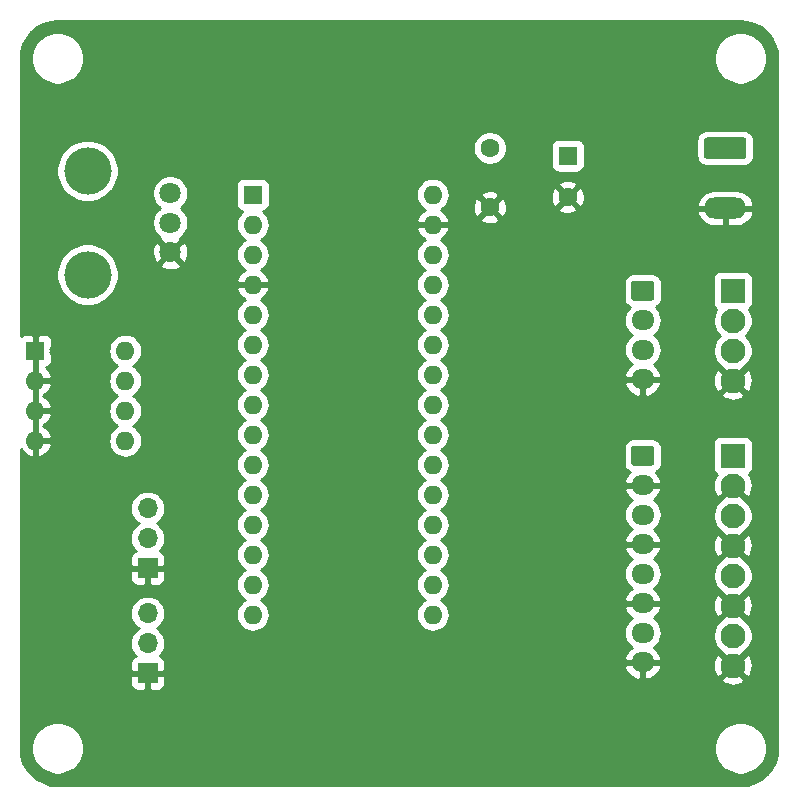
<source format=gbr>
G04 #@! TF.GenerationSoftware,KiCad,Pcbnew,(5.1.0)-1*
G04 #@! TF.CreationDate,2019-05-27T17:00:03-04:00*
G04 #@! TF.ProjectId,pro-mini-adapter-board,70726f2d-6d69-46e6-992d-616461707465,rev?*
G04 #@! TF.SameCoordinates,Original*
G04 #@! TF.FileFunction,Copper,L2,Bot*
G04 #@! TF.FilePolarity,Positive*
%FSLAX46Y46*%
G04 Gerber Fmt 4.6, Leading zero omitted, Abs format (unit mm)*
G04 Created by KiCad (PCBNEW (5.1.0)-1) date 2019-05-27 17:00:03*
%MOMM*%
%LPD*%
G04 APERTURE LIST*
%ADD10C,1.600000*%
%ADD11R,1.600000X1.600000*%
%ADD12O,1.600000X1.600000*%
%ADD13C,0.100000*%
%ADD14C,1.700000*%
%ADD15O,1.950000X1.700000*%
%ADD16R,2.100000X2.100000*%
%ADD17C,2.100000*%
%ADD18C,1.800000*%
%ADD19O,3.600000X1.800000*%
%ADD20C,4.000000*%
%ADD21O,1.700000X1.700000*%
%ADD22R,1.700000X1.700000*%
%ADD23C,0.800000*%
%ADD24C,0.254000*%
G04 APERTURE END LIST*
D10*
X127000000Y-67000000D03*
D11*
X127000000Y-63500000D03*
X100330000Y-66802000D03*
D12*
X115570000Y-99822000D03*
X100330000Y-69342000D03*
X115570000Y-97282000D03*
X100330000Y-71882000D03*
X115570000Y-94742000D03*
X100330000Y-74422000D03*
X115570000Y-92202000D03*
X100330000Y-76962000D03*
X115570000Y-89662000D03*
X100330000Y-79502000D03*
X115570000Y-87122000D03*
X100330000Y-82042000D03*
X115570000Y-84582000D03*
X100330000Y-84582000D03*
X115570000Y-82042000D03*
X100330000Y-87122000D03*
X115570000Y-79502000D03*
X100330000Y-89662000D03*
X115570000Y-76962000D03*
X100330000Y-92202000D03*
X115570000Y-74422000D03*
X100330000Y-94742000D03*
X115570000Y-71882000D03*
X100330000Y-97282000D03*
X115570000Y-69342000D03*
X100330000Y-99822000D03*
X115570000Y-66802000D03*
X100330000Y-102362000D03*
X115570000Y-102362000D03*
D10*
X120396000Y-62865000D03*
X120396000Y-67865000D03*
D13*
G36*
X134099504Y-74081204D02*
G01*
X134123773Y-74084804D01*
X134147571Y-74090765D01*
X134170671Y-74099030D01*
X134192849Y-74109520D01*
X134213893Y-74122133D01*
X134233598Y-74136747D01*
X134251777Y-74153223D01*
X134268253Y-74171402D01*
X134282867Y-74191107D01*
X134295480Y-74212151D01*
X134305970Y-74234329D01*
X134314235Y-74257429D01*
X134320196Y-74281227D01*
X134323796Y-74305496D01*
X134325000Y-74330000D01*
X134325000Y-75530000D01*
X134323796Y-75554504D01*
X134320196Y-75578773D01*
X134314235Y-75602571D01*
X134305970Y-75625671D01*
X134295480Y-75647849D01*
X134282867Y-75668893D01*
X134268253Y-75688598D01*
X134251777Y-75706777D01*
X134233598Y-75723253D01*
X134213893Y-75737867D01*
X134192849Y-75750480D01*
X134170671Y-75760970D01*
X134147571Y-75769235D01*
X134123773Y-75775196D01*
X134099504Y-75778796D01*
X134075000Y-75780000D01*
X132625000Y-75780000D01*
X132600496Y-75778796D01*
X132576227Y-75775196D01*
X132552429Y-75769235D01*
X132529329Y-75760970D01*
X132507151Y-75750480D01*
X132486107Y-75737867D01*
X132466402Y-75723253D01*
X132448223Y-75706777D01*
X132431747Y-75688598D01*
X132417133Y-75668893D01*
X132404520Y-75647849D01*
X132394030Y-75625671D01*
X132385765Y-75602571D01*
X132379804Y-75578773D01*
X132376204Y-75554504D01*
X132375000Y-75530000D01*
X132375000Y-74330000D01*
X132376204Y-74305496D01*
X132379804Y-74281227D01*
X132385765Y-74257429D01*
X132394030Y-74234329D01*
X132404520Y-74212151D01*
X132417133Y-74191107D01*
X132431747Y-74171402D01*
X132448223Y-74153223D01*
X132466402Y-74136747D01*
X132486107Y-74122133D01*
X132507151Y-74109520D01*
X132529329Y-74099030D01*
X132552429Y-74090765D01*
X132576227Y-74084804D01*
X132600496Y-74081204D01*
X132625000Y-74080000D01*
X134075000Y-74080000D01*
X134099504Y-74081204D01*
X134099504Y-74081204D01*
G37*
D14*
X133350000Y-74930000D03*
D15*
X133350000Y-77430000D03*
X133350000Y-79930000D03*
X133350000Y-82430000D03*
D13*
G36*
X134099504Y-88051204D02*
G01*
X134123773Y-88054804D01*
X134147571Y-88060765D01*
X134170671Y-88069030D01*
X134192849Y-88079520D01*
X134213893Y-88092133D01*
X134233598Y-88106747D01*
X134251777Y-88123223D01*
X134268253Y-88141402D01*
X134282867Y-88161107D01*
X134295480Y-88182151D01*
X134305970Y-88204329D01*
X134314235Y-88227429D01*
X134320196Y-88251227D01*
X134323796Y-88275496D01*
X134325000Y-88300000D01*
X134325000Y-89500000D01*
X134323796Y-89524504D01*
X134320196Y-89548773D01*
X134314235Y-89572571D01*
X134305970Y-89595671D01*
X134295480Y-89617849D01*
X134282867Y-89638893D01*
X134268253Y-89658598D01*
X134251777Y-89676777D01*
X134233598Y-89693253D01*
X134213893Y-89707867D01*
X134192849Y-89720480D01*
X134170671Y-89730970D01*
X134147571Y-89739235D01*
X134123773Y-89745196D01*
X134099504Y-89748796D01*
X134075000Y-89750000D01*
X132625000Y-89750000D01*
X132600496Y-89748796D01*
X132576227Y-89745196D01*
X132552429Y-89739235D01*
X132529329Y-89730970D01*
X132507151Y-89720480D01*
X132486107Y-89707867D01*
X132466402Y-89693253D01*
X132448223Y-89676777D01*
X132431747Y-89658598D01*
X132417133Y-89638893D01*
X132404520Y-89617849D01*
X132394030Y-89595671D01*
X132385765Y-89572571D01*
X132379804Y-89548773D01*
X132376204Y-89524504D01*
X132375000Y-89500000D01*
X132375000Y-88300000D01*
X132376204Y-88275496D01*
X132379804Y-88251227D01*
X132385765Y-88227429D01*
X132394030Y-88204329D01*
X132404520Y-88182151D01*
X132417133Y-88161107D01*
X132431747Y-88141402D01*
X132448223Y-88123223D01*
X132466402Y-88106747D01*
X132486107Y-88092133D01*
X132507151Y-88079520D01*
X132529329Y-88069030D01*
X132552429Y-88060765D01*
X132576227Y-88054804D01*
X132600496Y-88051204D01*
X132625000Y-88050000D01*
X134075000Y-88050000D01*
X134099504Y-88051204D01*
X134099504Y-88051204D01*
G37*
D14*
X133350000Y-88900000D03*
D15*
X133350000Y-91400000D03*
X133350000Y-93900000D03*
X133350000Y-96400000D03*
X133350000Y-98900000D03*
X133350000Y-101400000D03*
X133350000Y-103900000D03*
X133350000Y-106400000D03*
D16*
X140970000Y-74930000D03*
D17*
X140970000Y-77470000D03*
X140970000Y-80010000D03*
X140970000Y-82550000D03*
X140970000Y-106680000D03*
X140970000Y-104140000D03*
X140970000Y-101600000D03*
X140970000Y-99060000D03*
X140970000Y-96520000D03*
X140970000Y-93980000D03*
X140970000Y-91440000D03*
D16*
X140970000Y-88900000D03*
D13*
G36*
X141909504Y-61966204D02*
G01*
X141933773Y-61969804D01*
X141957571Y-61975765D01*
X141980671Y-61984030D01*
X142002849Y-61994520D01*
X142023893Y-62007133D01*
X142043598Y-62021747D01*
X142061777Y-62038223D01*
X142078253Y-62056402D01*
X142092867Y-62076107D01*
X142105480Y-62097151D01*
X142115970Y-62119329D01*
X142124235Y-62142429D01*
X142130196Y-62166227D01*
X142133796Y-62190496D01*
X142135000Y-62215000D01*
X142135000Y-63515000D01*
X142133796Y-63539504D01*
X142130196Y-63563773D01*
X142124235Y-63587571D01*
X142115970Y-63610671D01*
X142105480Y-63632849D01*
X142092867Y-63653893D01*
X142078253Y-63673598D01*
X142061777Y-63691777D01*
X142043598Y-63708253D01*
X142023893Y-63722867D01*
X142002849Y-63735480D01*
X141980671Y-63745970D01*
X141957571Y-63754235D01*
X141933773Y-63760196D01*
X141909504Y-63763796D01*
X141885000Y-63765000D01*
X138785000Y-63765000D01*
X138760496Y-63763796D01*
X138736227Y-63760196D01*
X138712429Y-63754235D01*
X138689329Y-63745970D01*
X138667151Y-63735480D01*
X138646107Y-63722867D01*
X138626402Y-63708253D01*
X138608223Y-63691777D01*
X138591747Y-63673598D01*
X138577133Y-63653893D01*
X138564520Y-63632849D01*
X138554030Y-63610671D01*
X138545765Y-63587571D01*
X138539804Y-63563773D01*
X138536204Y-63539504D01*
X138535000Y-63515000D01*
X138535000Y-62215000D01*
X138536204Y-62190496D01*
X138539804Y-62166227D01*
X138545765Y-62142429D01*
X138554030Y-62119329D01*
X138564520Y-62097151D01*
X138577133Y-62076107D01*
X138591747Y-62056402D01*
X138608223Y-62038223D01*
X138626402Y-62021747D01*
X138646107Y-62007133D01*
X138667151Y-61994520D01*
X138689329Y-61984030D01*
X138712429Y-61975765D01*
X138736227Y-61969804D01*
X138760496Y-61966204D01*
X138785000Y-61965000D01*
X141885000Y-61965000D01*
X141909504Y-61966204D01*
X141909504Y-61966204D01*
G37*
D18*
X140335000Y-62865000D03*
D19*
X140335000Y-67945000D03*
D18*
X93345000Y-71675000D03*
X93345000Y-69175000D03*
X93345000Y-66675000D03*
D20*
X86345000Y-73575000D03*
X86345000Y-64775000D03*
D11*
X81915000Y-80010000D03*
D12*
X89535000Y-87630000D03*
X81915000Y-82550000D03*
X89535000Y-85090000D03*
X81915000Y-85090000D03*
X89535000Y-82550000D03*
X81915000Y-87630000D03*
X89535000Y-80010000D03*
D21*
X91440000Y-102235000D03*
X91440000Y-104775000D03*
D22*
X91440000Y-107315000D03*
X91440000Y-98425000D03*
D21*
X91440000Y-95885000D03*
X91440000Y-93345000D03*
D23*
X91440000Y-53340000D03*
X101600000Y-53340000D03*
X111760000Y-53340000D03*
X121920000Y-53340000D03*
X132080000Y-53340000D03*
X91440000Y-114300000D03*
X101600000Y-114300000D03*
X111760000Y-114300000D03*
X121920000Y-114300000D03*
X132080000Y-114300000D03*
X83820000Y-106045000D03*
X83820000Y-97155000D03*
X123825000Y-83820000D03*
X105410000Y-80010000D03*
X125730000Y-71120000D03*
X95250000Y-89535000D03*
X111125000Y-94615000D03*
X93345000Y-63500000D03*
D24*
G36*
X142216222Y-52158096D02*
G01*
X142804164Y-52335606D01*
X143346436Y-52623937D01*
X143822364Y-53012094D01*
X144213845Y-53485314D01*
X144505951Y-54025552D01*
X144687563Y-54612244D01*
X144755000Y-55253879D01*
X144755001Y-113632711D01*
X144691904Y-114276221D01*
X144514394Y-114864164D01*
X144226063Y-115406436D01*
X143837906Y-115882364D01*
X143364686Y-116273845D01*
X142824449Y-116565950D01*
X142237756Y-116747563D01*
X141596130Y-116815000D01*
X83852279Y-116815000D01*
X83208779Y-116751904D01*
X82620836Y-116574394D01*
X82078564Y-116286063D01*
X81602636Y-115897906D01*
X81211155Y-115424686D01*
X80919050Y-114884449D01*
X80737437Y-114297756D01*
X80670000Y-113656130D01*
X80670000Y-113444872D01*
X81585000Y-113444872D01*
X81585000Y-113885128D01*
X81670890Y-114316925D01*
X81839369Y-114723669D01*
X82083962Y-115089729D01*
X82395271Y-115401038D01*
X82761331Y-115645631D01*
X83168075Y-115814110D01*
X83599872Y-115900000D01*
X84040128Y-115900000D01*
X84471925Y-115814110D01*
X84878669Y-115645631D01*
X85244729Y-115401038D01*
X85556038Y-115089729D01*
X85800631Y-114723669D01*
X85969110Y-114316925D01*
X86055000Y-113885128D01*
X86055000Y-113444872D01*
X139370000Y-113444872D01*
X139370000Y-113885128D01*
X139455890Y-114316925D01*
X139624369Y-114723669D01*
X139868962Y-115089729D01*
X140180271Y-115401038D01*
X140546331Y-115645631D01*
X140953075Y-115814110D01*
X141384872Y-115900000D01*
X141825128Y-115900000D01*
X142256925Y-115814110D01*
X142663669Y-115645631D01*
X143029729Y-115401038D01*
X143341038Y-115089729D01*
X143585631Y-114723669D01*
X143754110Y-114316925D01*
X143840000Y-113885128D01*
X143840000Y-113444872D01*
X143754110Y-113013075D01*
X143585631Y-112606331D01*
X143341038Y-112240271D01*
X143029729Y-111928962D01*
X142663669Y-111684369D01*
X142256925Y-111515890D01*
X141825128Y-111430000D01*
X141384872Y-111430000D01*
X140953075Y-111515890D01*
X140546331Y-111684369D01*
X140180271Y-111928962D01*
X139868962Y-112240271D01*
X139624369Y-112606331D01*
X139455890Y-113013075D01*
X139370000Y-113444872D01*
X86055000Y-113444872D01*
X85969110Y-113013075D01*
X85800631Y-112606331D01*
X85556038Y-112240271D01*
X85244729Y-111928962D01*
X84878669Y-111684369D01*
X84471925Y-111515890D01*
X84040128Y-111430000D01*
X83599872Y-111430000D01*
X83168075Y-111515890D01*
X82761331Y-111684369D01*
X82395271Y-111928962D01*
X82083962Y-112240271D01*
X81839369Y-112606331D01*
X81670890Y-113013075D01*
X81585000Y-113444872D01*
X80670000Y-113444872D01*
X80670000Y-108165000D01*
X89951928Y-108165000D01*
X89964188Y-108289482D01*
X90000498Y-108409180D01*
X90059463Y-108519494D01*
X90138815Y-108616185D01*
X90235506Y-108695537D01*
X90345820Y-108754502D01*
X90465518Y-108790812D01*
X90590000Y-108803072D01*
X91154250Y-108800000D01*
X91313000Y-108641250D01*
X91313000Y-107442000D01*
X91567000Y-107442000D01*
X91567000Y-108641250D01*
X91725750Y-108800000D01*
X92290000Y-108803072D01*
X92414482Y-108790812D01*
X92534180Y-108754502D01*
X92644494Y-108695537D01*
X92741185Y-108616185D01*
X92820537Y-108519494D01*
X92879502Y-108409180D01*
X92915812Y-108289482D01*
X92928072Y-108165000D01*
X92925000Y-107600750D01*
X92766250Y-107442000D01*
X91567000Y-107442000D01*
X91313000Y-107442000D01*
X90113750Y-107442000D01*
X89955000Y-107600750D01*
X89951928Y-108165000D01*
X80670000Y-108165000D01*
X80670000Y-102235000D01*
X89947815Y-102235000D01*
X89976487Y-102526111D01*
X90061401Y-102806034D01*
X90199294Y-103064014D01*
X90384866Y-103290134D01*
X90610986Y-103475706D01*
X90665791Y-103505000D01*
X90610986Y-103534294D01*
X90384866Y-103719866D01*
X90199294Y-103945986D01*
X90061401Y-104203966D01*
X89976487Y-104483889D01*
X89947815Y-104775000D01*
X89976487Y-105066111D01*
X90061401Y-105346034D01*
X90199294Y-105604014D01*
X90384866Y-105830134D01*
X90414687Y-105854607D01*
X90345820Y-105875498D01*
X90235506Y-105934463D01*
X90138815Y-106013815D01*
X90059463Y-106110506D01*
X90000498Y-106220820D01*
X89964188Y-106340518D01*
X89951928Y-106465000D01*
X89955000Y-107029250D01*
X90113750Y-107188000D01*
X91313000Y-107188000D01*
X91313000Y-107168000D01*
X91567000Y-107168000D01*
X91567000Y-107188000D01*
X92766250Y-107188000D01*
X92925000Y-107029250D01*
X92926482Y-106756890D01*
X131783524Y-106756890D01*
X131875648Y-107019858D01*
X132022504Y-107271193D01*
X132215571Y-107489049D01*
X132447430Y-107665053D01*
X132709170Y-107792442D01*
X132990733Y-107866320D01*
X133223000Y-107726165D01*
X133223000Y-106527000D01*
X133477000Y-106527000D01*
X133477000Y-107726165D01*
X133709267Y-107866320D01*
X133767402Y-107851066D01*
X139978539Y-107851066D01*
X140080339Y-108120579D01*
X140378477Y-108266463D01*
X140699346Y-108351380D01*
X141030617Y-108372066D01*
X141359557Y-108327728D01*
X141673527Y-108220069D01*
X141859661Y-108120579D01*
X141961461Y-107851066D01*
X140970000Y-106859605D01*
X139978539Y-107851066D01*
X133767402Y-107851066D01*
X133990830Y-107792442D01*
X134252570Y-107665053D01*
X134484429Y-107489049D01*
X134677496Y-107271193D01*
X134824352Y-107019858D01*
X134916476Y-106756890D01*
X134907889Y-106740617D01*
X139277934Y-106740617D01*
X139322272Y-107069557D01*
X139429931Y-107383527D01*
X139529421Y-107569661D01*
X139798934Y-107671461D01*
X140790395Y-106680000D01*
X141149605Y-106680000D01*
X142141066Y-107671461D01*
X142410579Y-107569661D01*
X142556463Y-107271523D01*
X142641380Y-106950654D01*
X142662066Y-106619383D01*
X142617728Y-106290443D01*
X142510069Y-105976473D01*
X142410579Y-105790339D01*
X142141066Y-105688539D01*
X141149605Y-106680000D01*
X140790395Y-106680000D01*
X139798934Y-105688539D01*
X139529421Y-105790339D01*
X139383537Y-106088477D01*
X139298620Y-106409346D01*
X139277934Y-106740617D01*
X134907889Y-106740617D01*
X134795155Y-106527000D01*
X133477000Y-106527000D01*
X133223000Y-106527000D01*
X131904845Y-106527000D01*
X131783524Y-106756890D01*
X92926482Y-106756890D01*
X92928072Y-106465000D01*
X92915812Y-106340518D01*
X92879502Y-106220820D01*
X92820537Y-106110506D01*
X92741185Y-106013815D01*
X92644494Y-105934463D01*
X92534180Y-105875498D01*
X92465313Y-105854607D01*
X92495134Y-105830134D01*
X92680706Y-105604014D01*
X92818599Y-105346034D01*
X92903513Y-105066111D01*
X92932185Y-104775000D01*
X92903513Y-104483889D01*
X92818599Y-104203966D01*
X92680706Y-103945986D01*
X92642967Y-103900000D01*
X131732815Y-103900000D01*
X131761487Y-104191111D01*
X131846401Y-104471034D01*
X131984294Y-104729014D01*
X132169866Y-104955134D01*
X132395986Y-105140706D01*
X132421722Y-105154462D01*
X132215571Y-105310951D01*
X132022504Y-105528807D01*
X131875648Y-105780142D01*
X131783524Y-106043110D01*
X131904845Y-106273000D01*
X133223000Y-106273000D01*
X133223000Y-106253000D01*
X133477000Y-106253000D01*
X133477000Y-106273000D01*
X134795155Y-106273000D01*
X134916476Y-106043110D01*
X134824352Y-105780142D01*
X134677496Y-105528807D01*
X134484429Y-105310951D01*
X134278278Y-105154462D01*
X134304014Y-105140706D01*
X134530134Y-104955134D01*
X134715706Y-104729014D01*
X134853599Y-104471034D01*
X134938513Y-104191111D01*
X134959892Y-103974042D01*
X139285000Y-103974042D01*
X139285000Y-104305958D01*
X139349754Y-104631496D01*
X139476772Y-104938147D01*
X139661175Y-105214125D01*
X139895875Y-105448825D01*
X139980009Y-105505042D01*
X139978539Y-105508934D01*
X140970000Y-106500395D01*
X141961461Y-105508934D01*
X141959991Y-105505042D01*
X142044125Y-105448825D01*
X142278825Y-105214125D01*
X142463228Y-104938147D01*
X142590246Y-104631496D01*
X142655000Y-104305958D01*
X142655000Y-103974042D01*
X142590246Y-103648504D01*
X142463228Y-103341853D01*
X142278825Y-103065875D01*
X142044125Y-102831175D01*
X141959991Y-102774958D01*
X141961461Y-102771066D01*
X140970000Y-101779605D01*
X139978539Y-102771066D01*
X139980009Y-102774958D01*
X139895875Y-102831175D01*
X139661175Y-103065875D01*
X139476772Y-103341853D01*
X139349754Y-103648504D01*
X139285000Y-103974042D01*
X134959892Y-103974042D01*
X134967185Y-103900000D01*
X134938513Y-103608889D01*
X134853599Y-103328966D01*
X134715706Y-103070986D01*
X134530134Y-102844866D01*
X134304014Y-102659294D01*
X134278278Y-102645538D01*
X134484429Y-102489049D01*
X134677496Y-102271193D01*
X134824352Y-102019858D01*
X134916476Y-101756890D01*
X134865670Y-101660617D01*
X139277934Y-101660617D01*
X139322272Y-101989557D01*
X139429931Y-102303527D01*
X139529421Y-102489661D01*
X139798934Y-102591461D01*
X140790395Y-101600000D01*
X141149605Y-101600000D01*
X142141066Y-102591461D01*
X142410579Y-102489661D01*
X142556463Y-102191523D01*
X142641380Y-101870654D01*
X142662066Y-101539383D01*
X142617728Y-101210443D01*
X142510069Y-100896473D01*
X142410579Y-100710339D01*
X142141066Y-100608539D01*
X141149605Y-101600000D01*
X140790395Y-101600000D01*
X139798934Y-100608539D01*
X139529421Y-100710339D01*
X139383537Y-101008477D01*
X139298620Y-101329346D01*
X139277934Y-101660617D01*
X134865670Y-101660617D01*
X134795155Y-101527000D01*
X133477000Y-101527000D01*
X133477000Y-101547000D01*
X133223000Y-101547000D01*
X133223000Y-101527000D01*
X131904845Y-101527000D01*
X131783524Y-101756890D01*
X131875648Y-102019858D01*
X132022504Y-102271193D01*
X132215571Y-102489049D01*
X132421722Y-102645538D01*
X132395986Y-102659294D01*
X132169866Y-102844866D01*
X131984294Y-103070986D01*
X131846401Y-103328966D01*
X131761487Y-103608889D01*
X131732815Y-103900000D01*
X92642967Y-103900000D01*
X92495134Y-103719866D01*
X92269014Y-103534294D01*
X92214209Y-103505000D01*
X92269014Y-103475706D01*
X92495134Y-103290134D01*
X92680706Y-103064014D01*
X92818599Y-102806034D01*
X92903513Y-102526111D01*
X92932185Y-102235000D01*
X92903513Y-101943889D01*
X92818599Y-101663966D01*
X92680706Y-101405986D01*
X92495134Y-101179866D01*
X92269014Y-100994294D01*
X92011034Y-100856401D01*
X91731111Y-100771487D01*
X91512950Y-100750000D01*
X91367050Y-100750000D01*
X91148889Y-100771487D01*
X90868966Y-100856401D01*
X90610986Y-100994294D01*
X90384866Y-101179866D01*
X90199294Y-101405986D01*
X90061401Y-101663966D01*
X89976487Y-101943889D01*
X89947815Y-102235000D01*
X80670000Y-102235000D01*
X80670000Y-99275000D01*
X89951928Y-99275000D01*
X89964188Y-99399482D01*
X90000498Y-99519180D01*
X90059463Y-99629494D01*
X90138815Y-99726185D01*
X90235506Y-99805537D01*
X90345820Y-99864502D01*
X90465518Y-99900812D01*
X90590000Y-99913072D01*
X91154250Y-99910000D01*
X91313000Y-99751250D01*
X91313000Y-98552000D01*
X91567000Y-98552000D01*
X91567000Y-99751250D01*
X91725750Y-99910000D01*
X92290000Y-99913072D01*
X92414482Y-99900812D01*
X92534180Y-99864502D01*
X92644494Y-99805537D01*
X92741185Y-99726185D01*
X92820537Y-99629494D01*
X92879502Y-99519180D01*
X92915812Y-99399482D01*
X92928072Y-99275000D01*
X92925000Y-98710750D01*
X92766250Y-98552000D01*
X91567000Y-98552000D01*
X91313000Y-98552000D01*
X90113750Y-98552000D01*
X89955000Y-98710750D01*
X89951928Y-99275000D01*
X80670000Y-99275000D01*
X80670000Y-93345000D01*
X89947815Y-93345000D01*
X89976487Y-93636111D01*
X90061401Y-93916034D01*
X90199294Y-94174014D01*
X90384866Y-94400134D01*
X90610986Y-94585706D01*
X90665791Y-94615000D01*
X90610986Y-94644294D01*
X90384866Y-94829866D01*
X90199294Y-95055986D01*
X90061401Y-95313966D01*
X89976487Y-95593889D01*
X89947815Y-95885000D01*
X89976487Y-96176111D01*
X90061401Y-96456034D01*
X90199294Y-96714014D01*
X90384866Y-96940134D01*
X90414687Y-96964607D01*
X90345820Y-96985498D01*
X90235506Y-97044463D01*
X90138815Y-97123815D01*
X90059463Y-97220506D01*
X90000498Y-97330820D01*
X89964188Y-97450518D01*
X89951928Y-97575000D01*
X89955000Y-98139250D01*
X90113750Y-98298000D01*
X91313000Y-98298000D01*
X91313000Y-98278000D01*
X91567000Y-98278000D01*
X91567000Y-98298000D01*
X92766250Y-98298000D01*
X92925000Y-98139250D01*
X92928072Y-97575000D01*
X92915812Y-97450518D01*
X92879502Y-97330820D01*
X92820537Y-97220506D01*
X92741185Y-97123815D01*
X92644494Y-97044463D01*
X92534180Y-96985498D01*
X92465313Y-96964607D01*
X92495134Y-96940134D01*
X92680706Y-96714014D01*
X92818599Y-96456034D01*
X92903513Y-96176111D01*
X92932185Y-95885000D01*
X92903513Y-95593889D01*
X92818599Y-95313966D01*
X92680706Y-95055986D01*
X92495134Y-94829866D01*
X92269014Y-94644294D01*
X92214209Y-94615000D01*
X92269014Y-94585706D01*
X92495134Y-94400134D01*
X92680706Y-94174014D01*
X92818599Y-93916034D01*
X92903513Y-93636111D01*
X92932185Y-93345000D01*
X92903513Y-93053889D01*
X92818599Y-92773966D01*
X92680706Y-92515986D01*
X92495134Y-92289866D01*
X92269014Y-92104294D01*
X92011034Y-91966401D01*
X91731111Y-91881487D01*
X91512950Y-91860000D01*
X91367050Y-91860000D01*
X91148889Y-91881487D01*
X90868966Y-91966401D01*
X90610986Y-92104294D01*
X90384866Y-92289866D01*
X90199294Y-92515986D01*
X90061401Y-92773966D01*
X89976487Y-93053889D01*
X89947815Y-93345000D01*
X80670000Y-93345000D01*
X80670000Y-88337878D01*
X80683963Y-88367420D01*
X80851481Y-88593414D01*
X81059869Y-88782385D01*
X81301119Y-88927070D01*
X81565960Y-89021909D01*
X81788000Y-88900624D01*
X81788000Y-87757000D01*
X82042000Y-87757000D01*
X82042000Y-88900624D01*
X82264040Y-89021909D01*
X82528881Y-88927070D01*
X82770131Y-88782385D01*
X82978519Y-88593414D01*
X83146037Y-88367420D01*
X83266246Y-88113087D01*
X83306904Y-87979039D01*
X83184915Y-87757000D01*
X82042000Y-87757000D01*
X81788000Y-87757000D01*
X81768000Y-87757000D01*
X81768000Y-87503000D01*
X81788000Y-87503000D01*
X81788000Y-85217000D01*
X82042000Y-85217000D01*
X82042000Y-87503000D01*
X83184915Y-87503000D01*
X83306904Y-87280961D01*
X83266246Y-87146913D01*
X83146037Y-86892580D01*
X82978519Y-86666586D01*
X82770131Y-86477615D01*
X82574018Y-86360000D01*
X82770131Y-86242385D01*
X82978519Y-86053414D01*
X83146037Y-85827420D01*
X83266246Y-85573087D01*
X83306904Y-85439039D01*
X83184915Y-85217000D01*
X82042000Y-85217000D01*
X81788000Y-85217000D01*
X81768000Y-85217000D01*
X81768000Y-84963000D01*
X81788000Y-84963000D01*
X81788000Y-82677000D01*
X82042000Y-82677000D01*
X82042000Y-84963000D01*
X83184915Y-84963000D01*
X83306904Y-84740961D01*
X83266246Y-84606913D01*
X83146037Y-84352580D01*
X82978519Y-84126586D01*
X82770131Y-83937615D01*
X82574018Y-83820000D01*
X82770131Y-83702385D01*
X82978519Y-83513414D01*
X83146037Y-83287420D01*
X83266246Y-83033087D01*
X83306904Y-82899039D01*
X83184915Y-82677000D01*
X82042000Y-82677000D01*
X81788000Y-82677000D01*
X81768000Y-82677000D01*
X81768000Y-82423000D01*
X81788000Y-82423000D01*
X81788000Y-80137000D01*
X81768000Y-80137000D01*
X81768000Y-79883000D01*
X81788000Y-79883000D01*
X81788000Y-78733750D01*
X82042000Y-78733750D01*
X82042000Y-79883000D01*
X82062000Y-79883000D01*
X82062000Y-80137000D01*
X82042000Y-80137000D01*
X82042000Y-82423000D01*
X83184915Y-82423000D01*
X83306904Y-82200961D01*
X83266246Y-82066913D01*
X83146037Y-81812580D01*
X82978519Y-81586586D01*
X82814920Y-81438231D01*
X82839482Y-81435812D01*
X82959180Y-81399502D01*
X83069494Y-81340537D01*
X83166185Y-81261185D01*
X83245537Y-81164494D01*
X83304502Y-81054180D01*
X83340812Y-80934482D01*
X83353072Y-80810000D01*
X83350000Y-80295750D01*
X83191252Y-80137002D01*
X83350000Y-80137002D01*
X83350000Y-80010000D01*
X88093057Y-80010000D01*
X88120764Y-80291309D01*
X88202818Y-80561808D01*
X88336068Y-80811101D01*
X88515392Y-81029608D01*
X88733899Y-81208932D01*
X88866858Y-81280000D01*
X88733899Y-81351068D01*
X88515392Y-81530392D01*
X88336068Y-81748899D01*
X88202818Y-81998192D01*
X88120764Y-82268691D01*
X88093057Y-82550000D01*
X88120764Y-82831309D01*
X88202818Y-83101808D01*
X88336068Y-83351101D01*
X88515392Y-83569608D01*
X88733899Y-83748932D01*
X88866858Y-83820000D01*
X88733899Y-83891068D01*
X88515392Y-84070392D01*
X88336068Y-84288899D01*
X88202818Y-84538192D01*
X88120764Y-84808691D01*
X88093057Y-85090000D01*
X88120764Y-85371309D01*
X88202818Y-85641808D01*
X88336068Y-85891101D01*
X88515392Y-86109608D01*
X88733899Y-86288932D01*
X88866858Y-86360000D01*
X88733899Y-86431068D01*
X88515392Y-86610392D01*
X88336068Y-86828899D01*
X88202818Y-87078192D01*
X88120764Y-87348691D01*
X88093057Y-87630000D01*
X88120764Y-87911309D01*
X88202818Y-88181808D01*
X88336068Y-88431101D01*
X88515392Y-88649608D01*
X88733899Y-88828932D01*
X88983192Y-88962182D01*
X89253691Y-89044236D01*
X89464508Y-89065000D01*
X89605492Y-89065000D01*
X89816309Y-89044236D01*
X90086808Y-88962182D01*
X90336101Y-88828932D01*
X90554608Y-88649608D01*
X90733932Y-88431101D01*
X90867182Y-88181808D01*
X90949236Y-87911309D01*
X90976943Y-87630000D01*
X90949236Y-87348691D01*
X90867182Y-87078192D01*
X90733932Y-86828899D01*
X90554608Y-86610392D01*
X90336101Y-86431068D01*
X90203142Y-86360000D01*
X90336101Y-86288932D01*
X90554608Y-86109608D01*
X90733932Y-85891101D01*
X90867182Y-85641808D01*
X90949236Y-85371309D01*
X90976943Y-85090000D01*
X90949236Y-84808691D01*
X90867182Y-84538192D01*
X90733932Y-84288899D01*
X90554608Y-84070392D01*
X90336101Y-83891068D01*
X90203142Y-83820000D01*
X90336101Y-83748932D01*
X90554608Y-83569608D01*
X90733932Y-83351101D01*
X90867182Y-83101808D01*
X90949236Y-82831309D01*
X90976943Y-82550000D01*
X90949236Y-82268691D01*
X90867182Y-81998192D01*
X90733932Y-81748899D01*
X90554608Y-81530392D01*
X90336101Y-81351068D01*
X90203142Y-81280000D01*
X90336101Y-81208932D01*
X90554608Y-81029608D01*
X90733932Y-80811101D01*
X90867182Y-80561808D01*
X90949236Y-80291309D01*
X90976943Y-80010000D01*
X90949236Y-79728691D01*
X90867182Y-79458192D01*
X90733932Y-79208899D01*
X90554608Y-78990392D01*
X90336101Y-78811068D01*
X90086808Y-78677818D01*
X89816309Y-78595764D01*
X89605492Y-78575000D01*
X89464508Y-78575000D01*
X89253691Y-78595764D01*
X88983192Y-78677818D01*
X88733899Y-78811068D01*
X88515392Y-78990392D01*
X88336068Y-79208899D01*
X88202818Y-79458192D01*
X88120764Y-79728691D01*
X88093057Y-80010000D01*
X83350000Y-80010000D01*
X83350000Y-79882998D01*
X83191252Y-79882998D01*
X83350000Y-79724250D01*
X83353072Y-79210000D01*
X83340812Y-79085518D01*
X83304502Y-78965820D01*
X83245537Y-78855506D01*
X83166185Y-78758815D01*
X83069494Y-78679463D01*
X82959180Y-78620498D01*
X82839482Y-78584188D01*
X82715000Y-78571928D01*
X82200750Y-78575000D01*
X82042000Y-78733750D01*
X81788000Y-78733750D01*
X81629250Y-78575000D01*
X81115000Y-78571928D01*
X80990518Y-78584188D01*
X80870820Y-78620498D01*
X80760506Y-78679463D01*
X80670000Y-78753739D01*
X80670000Y-76962000D01*
X98888057Y-76962000D01*
X98915764Y-77243309D01*
X98997818Y-77513808D01*
X99131068Y-77763101D01*
X99310392Y-77981608D01*
X99528899Y-78160932D01*
X99661858Y-78232000D01*
X99528899Y-78303068D01*
X99310392Y-78482392D01*
X99131068Y-78700899D01*
X98997818Y-78950192D01*
X98915764Y-79220691D01*
X98888057Y-79502000D01*
X98915764Y-79783309D01*
X98997818Y-80053808D01*
X99131068Y-80303101D01*
X99310392Y-80521608D01*
X99528899Y-80700932D01*
X99661858Y-80772000D01*
X99528899Y-80843068D01*
X99310392Y-81022392D01*
X99131068Y-81240899D01*
X98997818Y-81490192D01*
X98915764Y-81760691D01*
X98888057Y-82042000D01*
X98915764Y-82323309D01*
X98997818Y-82593808D01*
X99131068Y-82843101D01*
X99310392Y-83061608D01*
X99528899Y-83240932D01*
X99661858Y-83312000D01*
X99528899Y-83383068D01*
X99310392Y-83562392D01*
X99131068Y-83780899D01*
X98997818Y-84030192D01*
X98915764Y-84300691D01*
X98888057Y-84582000D01*
X98915764Y-84863309D01*
X98997818Y-85133808D01*
X99131068Y-85383101D01*
X99310392Y-85601608D01*
X99528899Y-85780932D01*
X99661858Y-85852000D01*
X99528899Y-85923068D01*
X99310392Y-86102392D01*
X99131068Y-86320899D01*
X98997818Y-86570192D01*
X98915764Y-86840691D01*
X98888057Y-87122000D01*
X98915764Y-87403309D01*
X98997818Y-87673808D01*
X99131068Y-87923101D01*
X99310392Y-88141608D01*
X99528899Y-88320932D01*
X99661858Y-88392000D01*
X99528899Y-88463068D01*
X99310392Y-88642392D01*
X99131068Y-88860899D01*
X98997818Y-89110192D01*
X98915764Y-89380691D01*
X98888057Y-89662000D01*
X98915764Y-89943309D01*
X98997818Y-90213808D01*
X99131068Y-90463101D01*
X99310392Y-90681608D01*
X99528899Y-90860932D01*
X99661858Y-90932000D01*
X99528899Y-91003068D01*
X99310392Y-91182392D01*
X99131068Y-91400899D01*
X98997818Y-91650192D01*
X98915764Y-91920691D01*
X98888057Y-92202000D01*
X98915764Y-92483309D01*
X98997818Y-92753808D01*
X99131068Y-93003101D01*
X99310392Y-93221608D01*
X99528899Y-93400932D01*
X99661858Y-93472000D01*
X99528899Y-93543068D01*
X99310392Y-93722392D01*
X99131068Y-93940899D01*
X98997818Y-94190192D01*
X98915764Y-94460691D01*
X98888057Y-94742000D01*
X98915764Y-95023309D01*
X98997818Y-95293808D01*
X99131068Y-95543101D01*
X99310392Y-95761608D01*
X99528899Y-95940932D01*
X99661858Y-96012000D01*
X99528899Y-96083068D01*
X99310392Y-96262392D01*
X99131068Y-96480899D01*
X98997818Y-96730192D01*
X98915764Y-97000691D01*
X98888057Y-97282000D01*
X98915764Y-97563309D01*
X98997818Y-97833808D01*
X99131068Y-98083101D01*
X99310392Y-98301608D01*
X99528899Y-98480932D01*
X99661858Y-98552000D01*
X99528899Y-98623068D01*
X99310392Y-98802392D01*
X99131068Y-99020899D01*
X98997818Y-99270192D01*
X98915764Y-99540691D01*
X98888057Y-99822000D01*
X98915764Y-100103309D01*
X98997818Y-100373808D01*
X99131068Y-100623101D01*
X99310392Y-100841608D01*
X99528899Y-101020932D01*
X99661858Y-101092000D01*
X99528899Y-101163068D01*
X99310392Y-101342392D01*
X99131068Y-101560899D01*
X98997818Y-101810192D01*
X98915764Y-102080691D01*
X98888057Y-102362000D01*
X98915764Y-102643309D01*
X98997818Y-102913808D01*
X99131068Y-103163101D01*
X99310392Y-103381608D01*
X99528899Y-103560932D01*
X99778192Y-103694182D01*
X100048691Y-103776236D01*
X100259508Y-103797000D01*
X100400492Y-103797000D01*
X100611309Y-103776236D01*
X100881808Y-103694182D01*
X101131101Y-103560932D01*
X101349608Y-103381608D01*
X101528932Y-103163101D01*
X101662182Y-102913808D01*
X101744236Y-102643309D01*
X101771943Y-102362000D01*
X101744236Y-102080691D01*
X101662182Y-101810192D01*
X101528932Y-101560899D01*
X101349608Y-101342392D01*
X101131101Y-101163068D01*
X100998142Y-101092000D01*
X101131101Y-101020932D01*
X101349608Y-100841608D01*
X101528932Y-100623101D01*
X101662182Y-100373808D01*
X101744236Y-100103309D01*
X101771943Y-99822000D01*
X101744236Y-99540691D01*
X101662182Y-99270192D01*
X101528932Y-99020899D01*
X101349608Y-98802392D01*
X101131101Y-98623068D01*
X100998142Y-98552000D01*
X101131101Y-98480932D01*
X101349608Y-98301608D01*
X101528932Y-98083101D01*
X101662182Y-97833808D01*
X101744236Y-97563309D01*
X101771943Y-97282000D01*
X101744236Y-97000691D01*
X101662182Y-96730192D01*
X101528932Y-96480899D01*
X101349608Y-96262392D01*
X101131101Y-96083068D01*
X100998142Y-96012000D01*
X101131101Y-95940932D01*
X101349608Y-95761608D01*
X101528932Y-95543101D01*
X101662182Y-95293808D01*
X101744236Y-95023309D01*
X101771943Y-94742000D01*
X101744236Y-94460691D01*
X101662182Y-94190192D01*
X101528932Y-93940899D01*
X101349608Y-93722392D01*
X101131101Y-93543068D01*
X100998142Y-93472000D01*
X101131101Y-93400932D01*
X101349608Y-93221608D01*
X101528932Y-93003101D01*
X101662182Y-92753808D01*
X101744236Y-92483309D01*
X101771943Y-92202000D01*
X101744236Y-91920691D01*
X101662182Y-91650192D01*
X101528932Y-91400899D01*
X101349608Y-91182392D01*
X101131101Y-91003068D01*
X100998142Y-90932000D01*
X101131101Y-90860932D01*
X101349608Y-90681608D01*
X101528932Y-90463101D01*
X101662182Y-90213808D01*
X101744236Y-89943309D01*
X101771943Y-89662000D01*
X101744236Y-89380691D01*
X101662182Y-89110192D01*
X101528932Y-88860899D01*
X101349608Y-88642392D01*
X101131101Y-88463068D01*
X100998142Y-88392000D01*
X101131101Y-88320932D01*
X101349608Y-88141608D01*
X101528932Y-87923101D01*
X101662182Y-87673808D01*
X101744236Y-87403309D01*
X101771943Y-87122000D01*
X101744236Y-86840691D01*
X101662182Y-86570192D01*
X101528932Y-86320899D01*
X101349608Y-86102392D01*
X101131101Y-85923068D01*
X100998142Y-85852000D01*
X101131101Y-85780932D01*
X101349608Y-85601608D01*
X101528932Y-85383101D01*
X101662182Y-85133808D01*
X101744236Y-84863309D01*
X101771943Y-84582000D01*
X101744236Y-84300691D01*
X101662182Y-84030192D01*
X101528932Y-83780899D01*
X101349608Y-83562392D01*
X101131101Y-83383068D01*
X100998142Y-83312000D01*
X101131101Y-83240932D01*
X101349608Y-83061608D01*
X101528932Y-82843101D01*
X101662182Y-82593808D01*
X101744236Y-82323309D01*
X101771943Y-82042000D01*
X101744236Y-81760691D01*
X101662182Y-81490192D01*
X101528932Y-81240899D01*
X101349608Y-81022392D01*
X101131101Y-80843068D01*
X100998142Y-80772000D01*
X101131101Y-80700932D01*
X101349608Y-80521608D01*
X101528932Y-80303101D01*
X101662182Y-80053808D01*
X101744236Y-79783309D01*
X101771943Y-79502000D01*
X101744236Y-79220691D01*
X101662182Y-78950192D01*
X101528932Y-78700899D01*
X101349608Y-78482392D01*
X101131101Y-78303068D01*
X100998142Y-78232000D01*
X101131101Y-78160932D01*
X101349608Y-77981608D01*
X101528932Y-77763101D01*
X101662182Y-77513808D01*
X101744236Y-77243309D01*
X101771943Y-76962000D01*
X101744236Y-76680691D01*
X101662182Y-76410192D01*
X101528932Y-76160899D01*
X101349608Y-75942392D01*
X101131101Y-75763068D01*
X100993318Y-75689421D01*
X101185131Y-75574385D01*
X101393519Y-75385414D01*
X101561037Y-75159420D01*
X101681246Y-74905087D01*
X101721904Y-74771039D01*
X101599915Y-74549000D01*
X100457000Y-74549000D01*
X100457000Y-74569000D01*
X100203000Y-74569000D01*
X100203000Y-74549000D01*
X99060085Y-74549000D01*
X98938096Y-74771039D01*
X98978754Y-74905087D01*
X99098963Y-75159420D01*
X99266481Y-75385414D01*
X99474869Y-75574385D01*
X99666682Y-75689421D01*
X99528899Y-75763068D01*
X99310392Y-75942392D01*
X99131068Y-76160899D01*
X98997818Y-76410192D01*
X98915764Y-76680691D01*
X98888057Y-76962000D01*
X80670000Y-76962000D01*
X80670000Y-73315475D01*
X83710000Y-73315475D01*
X83710000Y-73834525D01*
X83811261Y-74343601D01*
X84009893Y-74823141D01*
X84298262Y-75254715D01*
X84665285Y-75621738D01*
X85096859Y-75910107D01*
X85576399Y-76108739D01*
X86085475Y-76210000D01*
X86604525Y-76210000D01*
X87113601Y-76108739D01*
X87593141Y-75910107D01*
X88024715Y-75621738D01*
X88391738Y-75254715D01*
X88680107Y-74823141D01*
X88878739Y-74343601D01*
X88980000Y-73834525D01*
X88980000Y-73315475D01*
X88878739Y-72806399D01*
X88850855Y-72739080D01*
X92460525Y-72739080D01*
X92544208Y-72993261D01*
X92816775Y-73124158D01*
X93109642Y-73199365D01*
X93411553Y-73215991D01*
X93710907Y-73173397D01*
X93996199Y-73073222D01*
X94145792Y-72993261D01*
X94229475Y-72739080D01*
X93345000Y-71854605D01*
X92460525Y-72739080D01*
X88850855Y-72739080D01*
X88680107Y-72326859D01*
X88391738Y-71895285D01*
X88238006Y-71741553D01*
X91804009Y-71741553D01*
X91846603Y-72040907D01*
X91946778Y-72326199D01*
X92026739Y-72475792D01*
X92280920Y-72559475D01*
X93165395Y-71675000D01*
X93524605Y-71675000D01*
X94409080Y-72559475D01*
X94663261Y-72475792D01*
X94794158Y-72203225D01*
X94869365Y-71910358D01*
X94885991Y-71608447D01*
X94843397Y-71309093D01*
X94743222Y-71023801D01*
X94663261Y-70874208D01*
X94409080Y-70790525D01*
X93524605Y-71675000D01*
X93165395Y-71675000D01*
X92280920Y-70790525D01*
X92026739Y-70874208D01*
X91895842Y-71146775D01*
X91820635Y-71439642D01*
X91804009Y-71741553D01*
X88238006Y-71741553D01*
X88024715Y-71528262D01*
X87593141Y-71239893D01*
X87113601Y-71041261D01*
X86604525Y-70940000D01*
X86085475Y-70940000D01*
X85576399Y-71041261D01*
X85096859Y-71239893D01*
X84665285Y-71528262D01*
X84298262Y-71895285D01*
X84009893Y-72326859D01*
X83811261Y-72806399D01*
X83710000Y-73315475D01*
X80670000Y-73315475D01*
X80670000Y-64515475D01*
X83710000Y-64515475D01*
X83710000Y-65034525D01*
X83811261Y-65543601D01*
X84009893Y-66023141D01*
X84298262Y-66454715D01*
X84665285Y-66821738D01*
X85096859Y-67110107D01*
X85576399Y-67308739D01*
X86085475Y-67410000D01*
X86604525Y-67410000D01*
X87113601Y-67308739D01*
X87593141Y-67110107D01*
X88024715Y-66821738D01*
X88322637Y-66523816D01*
X91810000Y-66523816D01*
X91810000Y-66826184D01*
X91868989Y-67122743D01*
X91984701Y-67402095D01*
X92152688Y-67653505D01*
X92366495Y-67867312D01*
X92452831Y-67925000D01*
X92366495Y-67982688D01*
X92152688Y-68196495D01*
X91984701Y-68447905D01*
X91868989Y-68727257D01*
X91810000Y-69023816D01*
X91810000Y-69326184D01*
X91868989Y-69622743D01*
X91984701Y-69902095D01*
X92152688Y-70153505D01*
X92366495Y-70367312D01*
X92509310Y-70462738D01*
X92460525Y-70610920D01*
X93345000Y-71495395D01*
X94229475Y-70610920D01*
X94180690Y-70462738D01*
X94323505Y-70367312D01*
X94537312Y-70153505D01*
X94705299Y-69902095D01*
X94821011Y-69622743D01*
X94876854Y-69342000D01*
X98888057Y-69342000D01*
X98915764Y-69623309D01*
X98997818Y-69893808D01*
X99131068Y-70143101D01*
X99310392Y-70361608D01*
X99528899Y-70540932D01*
X99661858Y-70612000D01*
X99528899Y-70683068D01*
X99310392Y-70862392D01*
X99131068Y-71080899D01*
X98997818Y-71330192D01*
X98915764Y-71600691D01*
X98888057Y-71882000D01*
X98915764Y-72163309D01*
X98997818Y-72433808D01*
X99131068Y-72683101D01*
X99310392Y-72901608D01*
X99528899Y-73080932D01*
X99666682Y-73154579D01*
X99474869Y-73269615D01*
X99266481Y-73458586D01*
X99098963Y-73684580D01*
X98978754Y-73938913D01*
X98938096Y-74072961D01*
X99060085Y-74295000D01*
X100203000Y-74295000D01*
X100203000Y-74275000D01*
X100457000Y-74275000D01*
X100457000Y-74295000D01*
X101599915Y-74295000D01*
X101721904Y-74072961D01*
X101681246Y-73938913D01*
X101561037Y-73684580D01*
X101393519Y-73458586D01*
X101185131Y-73269615D01*
X100993318Y-73154579D01*
X101131101Y-73080932D01*
X101349608Y-72901608D01*
X101528932Y-72683101D01*
X101662182Y-72433808D01*
X101744236Y-72163309D01*
X101771943Y-71882000D01*
X114128057Y-71882000D01*
X114155764Y-72163309D01*
X114237818Y-72433808D01*
X114371068Y-72683101D01*
X114550392Y-72901608D01*
X114768899Y-73080932D01*
X114901858Y-73152000D01*
X114768899Y-73223068D01*
X114550392Y-73402392D01*
X114371068Y-73620899D01*
X114237818Y-73870192D01*
X114155764Y-74140691D01*
X114128057Y-74422000D01*
X114155764Y-74703309D01*
X114237818Y-74973808D01*
X114371068Y-75223101D01*
X114550392Y-75441608D01*
X114768899Y-75620932D01*
X114901858Y-75692000D01*
X114768899Y-75763068D01*
X114550392Y-75942392D01*
X114371068Y-76160899D01*
X114237818Y-76410192D01*
X114155764Y-76680691D01*
X114128057Y-76962000D01*
X114155764Y-77243309D01*
X114237818Y-77513808D01*
X114371068Y-77763101D01*
X114550392Y-77981608D01*
X114768899Y-78160932D01*
X114901858Y-78232000D01*
X114768899Y-78303068D01*
X114550392Y-78482392D01*
X114371068Y-78700899D01*
X114237818Y-78950192D01*
X114155764Y-79220691D01*
X114128057Y-79502000D01*
X114155764Y-79783309D01*
X114237818Y-80053808D01*
X114371068Y-80303101D01*
X114550392Y-80521608D01*
X114768899Y-80700932D01*
X114901858Y-80772000D01*
X114768899Y-80843068D01*
X114550392Y-81022392D01*
X114371068Y-81240899D01*
X114237818Y-81490192D01*
X114155764Y-81760691D01*
X114128057Y-82042000D01*
X114155764Y-82323309D01*
X114237818Y-82593808D01*
X114371068Y-82843101D01*
X114550392Y-83061608D01*
X114768899Y-83240932D01*
X114901858Y-83312000D01*
X114768899Y-83383068D01*
X114550392Y-83562392D01*
X114371068Y-83780899D01*
X114237818Y-84030192D01*
X114155764Y-84300691D01*
X114128057Y-84582000D01*
X114155764Y-84863309D01*
X114237818Y-85133808D01*
X114371068Y-85383101D01*
X114550392Y-85601608D01*
X114768899Y-85780932D01*
X114901858Y-85852000D01*
X114768899Y-85923068D01*
X114550392Y-86102392D01*
X114371068Y-86320899D01*
X114237818Y-86570192D01*
X114155764Y-86840691D01*
X114128057Y-87122000D01*
X114155764Y-87403309D01*
X114237818Y-87673808D01*
X114371068Y-87923101D01*
X114550392Y-88141608D01*
X114768899Y-88320932D01*
X114901858Y-88392000D01*
X114768899Y-88463068D01*
X114550392Y-88642392D01*
X114371068Y-88860899D01*
X114237818Y-89110192D01*
X114155764Y-89380691D01*
X114128057Y-89662000D01*
X114155764Y-89943309D01*
X114237818Y-90213808D01*
X114371068Y-90463101D01*
X114550392Y-90681608D01*
X114768899Y-90860932D01*
X114901858Y-90932000D01*
X114768899Y-91003068D01*
X114550392Y-91182392D01*
X114371068Y-91400899D01*
X114237818Y-91650192D01*
X114155764Y-91920691D01*
X114128057Y-92202000D01*
X114155764Y-92483309D01*
X114237818Y-92753808D01*
X114371068Y-93003101D01*
X114550392Y-93221608D01*
X114768899Y-93400932D01*
X114901858Y-93472000D01*
X114768899Y-93543068D01*
X114550392Y-93722392D01*
X114371068Y-93940899D01*
X114237818Y-94190192D01*
X114155764Y-94460691D01*
X114128057Y-94742000D01*
X114155764Y-95023309D01*
X114237818Y-95293808D01*
X114371068Y-95543101D01*
X114550392Y-95761608D01*
X114768899Y-95940932D01*
X114901858Y-96012000D01*
X114768899Y-96083068D01*
X114550392Y-96262392D01*
X114371068Y-96480899D01*
X114237818Y-96730192D01*
X114155764Y-97000691D01*
X114128057Y-97282000D01*
X114155764Y-97563309D01*
X114237818Y-97833808D01*
X114371068Y-98083101D01*
X114550392Y-98301608D01*
X114768899Y-98480932D01*
X114901858Y-98552000D01*
X114768899Y-98623068D01*
X114550392Y-98802392D01*
X114371068Y-99020899D01*
X114237818Y-99270192D01*
X114155764Y-99540691D01*
X114128057Y-99822000D01*
X114155764Y-100103309D01*
X114237818Y-100373808D01*
X114371068Y-100623101D01*
X114550392Y-100841608D01*
X114768899Y-101020932D01*
X114901858Y-101092000D01*
X114768899Y-101163068D01*
X114550392Y-101342392D01*
X114371068Y-101560899D01*
X114237818Y-101810192D01*
X114155764Y-102080691D01*
X114128057Y-102362000D01*
X114155764Y-102643309D01*
X114237818Y-102913808D01*
X114371068Y-103163101D01*
X114550392Y-103381608D01*
X114768899Y-103560932D01*
X115018192Y-103694182D01*
X115288691Y-103776236D01*
X115499508Y-103797000D01*
X115640492Y-103797000D01*
X115851309Y-103776236D01*
X116121808Y-103694182D01*
X116371101Y-103560932D01*
X116589608Y-103381608D01*
X116768932Y-103163101D01*
X116902182Y-102913808D01*
X116984236Y-102643309D01*
X117011943Y-102362000D01*
X116984236Y-102080691D01*
X116902182Y-101810192D01*
X116768932Y-101560899D01*
X116589608Y-101342392D01*
X116371101Y-101163068D01*
X116238142Y-101092000D01*
X116371101Y-101020932D01*
X116589608Y-100841608D01*
X116768932Y-100623101D01*
X116902182Y-100373808D01*
X116984236Y-100103309D01*
X117011943Y-99822000D01*
X116984236Y-99540691D01*
X116902182Y-99270192D01*
X116768932Y-99020899D01*
X116669713Y-98900000D01*
X131732815Y-98900000D01*
X131761487Y-99191111D01*
X131846401Y-99471034D01*
X131984294Y-99729014D01*
X132169866Y-99955134D01*
X132395986Y-100140706D01*
X132421722Y-100154462D01*
X132215571Y-100310951D01*
X132022504Y-100528807D01*
X131875648Y-100780142D01*
X131783524Y-101043110D01*
X131904845Y-101273000D01*
X133223000Y-101273000D01*
X133223000Y-101253000D01*
X133477000Y-101253000D01*
X133477000Y-101273000D01*
X134795155Y-101273000D01*
X134916476Y-101043110D01*
X134824352Y-100780142D01*
X134677496Y-100528807D01*
X134484429Y-100310951D01*
X134278278Y-100154462D01*
X134304014Y-100140706D01*
X134530134Y-99955134D01*
X134715706Y-99729014D01*
X134853599Y-99471034D01*
X134938513Y-99191111D01*
X134967185Y-98900000D01*
X134966599Y-98894042D01*
X139285000Y-98894042D01*
X139285000Y-99225958D01*
X139349754Y-99551496D01*
X139476772Y-99858147D01*
X139661175Y-100134125D01*
X139895875Y-100368825D01*
X139980009Y-100425042D01*
X139978539Y-100428934D01*
X140970000Y-101420395D01*
X141961461Y-100428934D01*
X141959991Y-100425042D01*
X142044125Y-100368825D01*
X142278825Y-100134125D01*
X142463228Y-99858147D01*
X142590246Y-99551496D01*
X142655000Y-99225958D01*
X142655000Y-98894042D01*
X142590246Y-98568504D01*
X142463228Y-98261853D01*
X142278825Y-97985875D01*
X142044125Y-97751175D01*
X141959991Y-97694958D01*
X141961461Y-97691066D01*
X140970000Y-96699605D01*
X139978539Y-97691066D01*
X139980009Y-97694958D01*
X139895875Y-97751175D01*
X139661175Y-97985875D01*
X139476772Y-98261853D01*
X139349754Y-98568504D01*
X139285000Y-98894042D01*
X134966599Y-98894042D01*
X134938513Y-98608889D01*
X134853599Y-98328966D01*
X134715706Y-98070986D01*
X134530134Y-97844866D01*
X134304014Y-97659294D01*
X134278278Y-97645538D01*
X134484429Y-97489049D01*
X134677496Y-97271193D01*
X134824352Y-97019858D01*
X134916476Y-96756890D01*
X134823451Y-96580617D01*
X139277934Y-96580617D01*
X139322272Y-96909557D01*
X139429931Y-97223527D01*
X139529421Y-97409661D01*
X139798934Y-97511461D01*
X140790395Y-96520000D01*
X141149605Y-96520000D01*
X142141066Y-97511461D01*
X142410579Y-97409661D01*
X142556463Y-97111523D01*
X142641380Y-96790654D01*
X142662066Y-96459383D01*
X142617728Y-96130443D01*
X142510069Y-95816473D01*
X142410579Y-95630339D01*
X142141066Y-95528539D01*
X141149605Y-96520000D01*
X140790395Y-96520000D01*
X139798934Y-95528539D01*
X139529421Y-95630339D01*
X139383537Y-95928477D01*
X139298620Y-96249346D01*
X139277934Y-96580617D01*
X134823451Y-96580617D01*
X134795155Y-96527000D01*
X133477000Y-96527000D01*
X133477000Y-96547000D01*
X133223000Y-96547000D01*
X133223000Y-96527000D01*
X131904845Y-96527000D01*
X131783524Y-96756890D01*
X131875648Y-97019858D01*
X132022504Y-97271193D01*
X132215571Y-97489049D01*
X132421722Y-97645538D01*
X132395986Y-97659294D01*
X132169866Y-97844866D01*
X131984294Y-98070986D01*
X131846401Y-98328966D01*
X131761487Y-98608889D01*
X131732815Y-98900000D01*
X116669713Y-98900000D01*
X116589608Y-98802392D01*
X116371101Y-98623068D01*
X116238142Y-98552000D01*
X116371101Y-98480932D01*
X116589608Y-98301608D01*
X116768932Y-98083101D01*
X116902182Y-97833808D01*
X116984236Y-97563309D01*
X117011943Y-97282000D01*
X116984236Y-97000691D01*
X116902182Y-96730192D01*
X116768932Y-96480899D01*
X116589608Y-96262392D01*
X116371101Y-96083068D01*
X116238142Y-96012000D01*
X116371101Y-95940932D01*
X116589608Y-95761608D01*
X116768932Y-95543101D01*
X116902182Y-95293808D01*
X116984236Y-95023309D01*
X117011943Y-94742000D01*
X116984236Y-94460691D01*
X116902182Y-94190192D01*
X116768932Y-93940899D01*
X116735368Y-93900000D01*
X131732815Y-93900000D01*
X131761487Y-94191111D01*
X131846401Y-94471034D01*
X131984294Y-94729014D01*
X132169866Y-94955134D01*
X132395986Y-95140706D01*
X132421722Y-95154462D01*
X132215571Y-95310951D01*
X132022504Y-95528807D01*
X131875648Y-95780142D01*
X131783524Y-96043110D01*
X131904845Y-96273000D01*
X133223000Y-96273000D01*
X133223000Y-96253000D01*
X133477000Y-96253000D01*
X133477000Y-96273000D01*
X134795155Y-96273000D01*
X134916476Y-96043110D01*
X134824352Y-95780142D01*
X134677496Y-95528807D01*
X134484429Y-95310951D01*
X134278278Y-95154462D01*
X134304014Y-95140706D01*
X134530134Y-94955134D01*
X134715706Y-94729014D01*
X134853599Y-94471034D01*
X134938513Y-94191111D01*
X134967185Y-93900000D01*
X134958719Y-93814042D01*
X139285000Y-93814042D01*
X139285000Y-94145958D01*
X139349754Y-94471496D01*
X139476772Y-94778147D01*
X139661175Y-95054125D01*
X139895875Y-95288825D01*
X139980009Y-95345042D01*
X139978539Y-95348934D01*
X140970000Y-96340395D01*
X141961461Y-95348934D01*
X141959991Y-95345042D01*
X142044125Y-95288825D01*
X142278825Y-95054125D01*
X142463228Y-94778147D01*
X142590246Y-94471496D01*
X142655000Y-94145958D01*
X142655000Y-93814042D01*
X142590246Y-93488504D01*
X142463228Y-93181853D01*
X142278825Y-92905875D01*
X142044125Y-92671175D01*
X141959991Y-92614958D01*
X141961461Y-92611066D01*
X140970000Y-91619605D01*
X139978539Y-92611066D01*
X139980009Y-92614958D01*
X139895875Y-92671175D01*
X139661175Y-92905875D01*
X139476772Y-93181853D01*
X139349754Y-93488504D01*
X139285000Y-93814042D01*
X134958719Y-93814042D01*
X134938513Y-93608889D01*
X134853599Y-93328966D01*
X134715706Y-93070986D01*
X134530134Y-92844866D01*
X134304014Y-92659294D01*
X134278278Y-92645538D01*
X134484429Y-92489049D01*
X134677496Y-92271193D01*
X134824352Y-92019858D01*
X134916476Y-91756890D01*
X134795155Y-91527000D01*
X133477000Y-91527000D01*
X133477000Y-91547000D01*
X133223000Y-91547000D01*
X133223000Y-91527000D01*
X131904845Y-91527000D01*
X131783524Y-91756890D01*
X131875648Y-92019858D01*
X132022504Y-92271193D01*
X132215571Y-92489049D01*
X132421722Y-92645538D01*
X132395986Y-92659294D01*
X132169866Y-92844866D01*
X131984294Y-93070986D01*
X131846401Y-93328966D01*
X131761487Y-93608889D01*
X131732815Y-93900000D01*
X116735368Y-93900000D01*
X116589608Y-93722392D01*
X116371101Y-93543068D01*
X116238142Y-93472000D01*
X116371101Y-93400932D01*
X116589608Y-93221608D01*
X116768932Y-93003101D01*
X116902182Y-92753808D01*
X116984236Y-92483309D01*
X117011943Y-92202000D01*
X116984236Y-91920691D01*
X116902182Y-91650192D01*
X116822233Y-91500617D01*
X139277934Y-91500617D01*
X139322272Y-91829557D01*
X139429931Y-92143527D01*
X139529421Y-92329661D01*
X139798934Y-92431461D01*
X140790395Y-91440000D01*
X140776253Y-91425858D01*
X140955858Y-91246253D01*
X140970000Y-91260395D01*
X140984143Y-91246253D01*
X141163748Y-91425858D01*
X141149605Y-91440000D01*
X142141066Y-92431461D01*
X142410579Y-92329661D01*
X142556463Y-92031523D01*
X142641380Y-91710654D01*
X142662066Y-91379383D01*
X142617728Y-91050443D01*
X142510069Y-90736473D01*
X142410579Y-90550339D01*
X142312918Y-90513451D01*
X142374494Y-90480537D01*
X142471185Y-90401185D01*
X142550537Y-90304494D01*
X142609502Y-90194180D01*
X142645812Y-90074482D01*
X142658072Y-89950000D01*
X142658072Y-87850000D01*
X142645812Y-87725518D01*
X142609502Y-87605820D01*
X142550537Y-87495506D01*
X142471185Y-87398815D01*
X142374494Y-87319463D01*
X142264180Y-87260498D01*
X142144482Y-87224188D01*
X142020000Y-87211928D01*
X139920000Y-87211928D01*
X139795518Y-87224188D01*
X139675820Y-87260498D01*
X139565506Y-87319463D01*
X139468815Y-87398815D01*
X139389463Y-87495506D01*
X139330498Y-87605820D01*
X139294188Y-87725518D01*
X139281928Y-87850000D01*
X139281928Y-89950000D01*
X139294188Y-90074482D01*
X139330498Y-90194180D01*
X139389463Y-90304494D01*
X139468815Y-90401185D01*
X139565506Y-90480537D01*
X139627082Y-90513451D01*
X139529421Y-90550339D01*
X139383537Y-90848477D01*
X139298620Y-91169346D01*
X139277934Y-91500617D01*
X116822233Y-91500617D01*
X116768932Y-91400899D01*
X116589608Y-91182392D01*
X116371101Y-91003068D01*
X116238142Y-90932000D01*
X116371101Y-90860932D01*
X116589608Y-90681608D01*
X116768932Y-90463101D01*
X116902182Y-90213808D01*
X116984236Y-89943309D01*
X117011943Y-89662000D01*
X116984236Y-89380691D01*
X116902182Y-89110192D01*
X116768932Y-88860899D01*
X116589608Y-88642392D01*
X116371101Y-88463068D01*
X116238142Y-88392000D01*
X116371101Y-88320932D01*
X116396606Y-88300000D01*
X131736928Y-88300000D01*
X131736928Y-89500000D01*
X131753992Y-89673254D01*
X131804528Y-89839850D01*
X131886595Y-89993386D01*
X131997038Y-90127962D01*
X132131614Y-90238405D01*
X132236961Y-90294714D01*
X132215571Y-90310951D01*
X132022504Y-90528807D01*
X131875648Y-90780142D01*
X131783524Y-91043110D01*
X131904845Y-91273000D01*
X133223000Y-91273000D01*
X133223000Y-91253000D01*
X133477000Y-91253000D01*
X133477000Y-91273000D01*
X134795155Y-91273000D01*
X134916476Y-91043110D01*
X134824352Y-90780142D01*
X134677496Y-90528807D01*
X134484429Y-90310951D01*
X134463039Y-90294714D01*
X134568386Y-90238405D01*
X134702962Y-90127962D01*
X134813405Y-89993386D01*
X134895472Y-89839850D01*
X134946008Y-89673254D01*
X134963072Y-89500000D01*
X134963072Y-88300000D01*
X134946008Y-88126746D01*
X134895472Y-87960150D01*
X134813405Y-87806614D01*
X134702962Y-87672038D01*
X134568386Y-87561595D01*
X134414850Y-87479528D01*
X134248254Y-87428992D01*
X134075000Y-87411928D01*
X132625000Y-87411928D01*
X132451746Y-87428992D01*
X132285150Y-87479528D01*
X132131614Y-87561595D01*
X131997038Y-87672038D01*
X131886595Y-87806614D01*
X131804528Y-87960150D01*
X131753992Y-88126746D01*
X131736928Y-88300000D01*
X116396606Y-88300000D01*
X116589608Y-88141608D01*
X116768932Y-87923101D01*
X116902182Y-87673808D01*
X116984236Y-87403309D01*
X117011943Y-87122000D01*
X116984236Y-86840691D01*
X116902182Y-86570192D01*
X116768932Y-86320899D01*
X116589608Y-86102392D01*
X116371101Y-85923068D01*
X116238142Y-85852000D01*
X116371101Y-85780932D01*
X116589608Y-85601608D01*
X116768932Y-85383101D01*
X116902182Y-85133808D01*
X116984236Y-84863309D01*
X117011943Y-84582000D01*
X116984236Y-84300691D01*
X116902182Y-84030192D01*
X116768932Y-83780899D01*
X116589608Y-83562392D01*
X116371101Y-83383068D01*
X116238142Y-83312000D01*
X116371101Y-83240932D01*
X116589608Y-83061608D01*
X116768932Y-82843101D01*
X116798977Y-82786890D01*
X131783524Y-82786890D01*
X131875648Y-83049858D01*
X132022504Y-83301193D01*
X132215571Y-83519049D01*
X132447430Y-83695053D01*
X132709170Y-83822442D01*
X132990733Y-83896320D01*
X133223000Y-83756165D01*
X133223000Y-82557000D01*
X133477000Y-82557000D01*
X133477000Y-83756165D01*
X133709267Y-83896320D01*
X133990830Y-83822442D01*
X134199122Y-83721066D01*
X139978539Y-83721066D01*
X140080339Y-83990579D01*
X140378477Y-84136463D01*
X140699346Y-84221380D01*
X141030617Y-84242066D01*
X141359557Y-84197728D01*
X141673527Y-84090069D01*
X141859661Y-83990579D01*
X141961461Y-83721066D01*
X140970000Y-82729605D01*
X139978539Y-83721066D01*
X134199122Y-83721066D01*
X134252570Y-83695053D01*
X134484429Y-83519049D01*
X134677496Y-83301193D01*
X134824352Y-83049858D01*
X134916476Y-82786890D01*
X134823451Y-82610617D01*
X139277934Y-82610617D01*
X139322272Y-82939557D01*
X139429931Y-83253527D01*
X139529421Y-83439661D01*
X139798934Y-83541461D01*
X140790395Y-82550000D01*
X141149605Y-82550000D01*
X142141066Y-83541461D01*
X142410579Y-83439661D01*
X142556463Y-83141523D01*
X142641380Y-82820654D01*
X142662066Y-82489383D01*
X142617728Y-82160443D01*
X142510069Y-81846473D01*
X142410579Y-81660339D01*
X142141066Y-81558539D01*
X141149605Y-82550000D01*
X140790395Y-82550000D01*
X139798934Y-81558539D01*
X139529421Y-81660339D01*
X139383537Y-81958477D01*
X139298620Y-82279346D01*
X139277934Y-82610617D01*
X134823451Y-82610617D01*
X134795155Y-82557000D01*
X133477000Y-82557000D01*
X133223000Y-82557000D01*
X131904845Y-82557000D01*
X131783524Y-82786890D01*
X116798977Y-82786890D01*
X116902182Y-82593808D01*
X116984236Y-82323309D01*
X117011943Y-82042000D01*
X116984236Y-81760691D01*
X116902182Y-81490192D01*
X116768932Y-81240899D01*
X116589608Y-81022392D01*
X116371101Y-80843068D01*
X116238142Y-80772000D01*
X116371101Y-80700932D01*
X116589608Y-80521608D01*
X116768932Y-80303101D01*
X116902182Y-80053808D01*
X116984236Y-79783309D01*
X117011943Y-79502000D01*
X116984236Y-79220691D01*
X116902182Y-78950192D01*
X116768932Y-78700899D01*
X116589608Y-78482392D01*
X116371101Y-78303068D01*
X116238142Y-78232000D01*
X116371101Y-78160932D01*
X116589608Y-77981608D01*
X116768932Y-77763101D01*
X116902182Y-77513808D01*
X116927604Y-77430000D01*
X131732815Y-77430000D01*
X131761487Y-77721111D01*
X131846401Y-78001034D01*
X131984294Y-78259014D01*
X132169866Y-78485134D01*
X132395986Y-78670706D01*
X132413374Y-78680000D01*
X132395986Y-78689294D01*
X132169866Y-78874866D01*
X131984294Y-79100986D01*
X131846401Y-79358966D01*
X131761487Y-79638889D01*
X131732815Y-79930000D01*
X131761487Y-80221111D01*
X131846401Y-80501034D01*
X131984294Y-80759014D01*
X132169866Y-80985134D01*
X132395986Y-81170706D01*
X132421722Y-81184462D01*
X132215571Y-81340951D01*
X132022504Y-81558807D01*
X131875648Y-81810142D01*
X131783524Y-82073110D01*
X131904845Y-82303000D01*
X133223000Y-82303000D01*
X133223000Y-82283000D01*
X133477000Y-82283000D01*
X133477000Y-82303000D01*
X134795155Y-82303000D01*
X134916476Y-82073110D01*
X134824352Y-81810142D01*
X134677496Y-81558807D01*
X134484429Y-81340951D01*
X134278278Y-81184462D01*
X134304014Y-81170706D01*
X134530134Y-80985134D01*
X134715706Y-80759014D01*
X134853599Y-80501034D01*
X134938513Y-80221111D01*
X134967185Y-79930000D01*
X134938513Y-79638889D01*
X134853599Y-79358966D01*
X134715706Y-79100986D01*
X134530134Y-78874866D01*
X134304014Y-78689294D01*
X134286626Y-78680000D01*
X134304014Y-78670706D01*
X134530134Y-78485134D01*
X134715706Y-78259014D01*
X134853599Y-78001034D01*
X134938513Y-77721111D01*
X134967185Y-77430000D01*
X134938513Y-77138889D01*
X134853599Y-76858966D01*
X134715706Y-76600986D01*
X134530134Y-76374866D01*
X134466663Y-76322777D01*
X134568386Y-76268405D01*
X134702962Y-76157962D01*
X134813405Y-76023386D01*
X134895472Y-75869850D01*
X134946008Y-75703254D01*
X134963072Y-75530000D01*
X134963072Y-74330000D01*
X134946008Y-74156746D01*
X134895472Y-73990150D01*
X134836596Y-73880000D01*
X139281928Y-73880000D01*
X139281928Y-75980000D01*
X139294188Y-76104482D01*
X139330498Y-76224180D01*
X139389463Y-76334494D01*
X139468815Y-76431185D01*
X139565506Y-76510537D01*
X139579546Y-76518042D01*
X139476772Y-76671853D01*
X139349754Y-76978504D01*
X139285000Y-77304042D01*
X139285000Y-77635958D01*
X139349754Y-77961496D01*
X139476772Y-78268147D01*
X139661175Y-78544125D01*
X139857050Y-78740000D01*
X139661175Y-78935875D01*
X139476772Y-79211853D01*
X139349754Y-79518504D01*
X139285000Y-79844042D01*
X139285000Y-80175958D01*
X139349754Y-80501496D01*
X139476772Y-80808147D01*
X139661175Y-81084125D01*
X139895875Y-81318825D01*
X139980009Y-81375042D01*
X139978539Y-81378934D01*
X140970000Y-82370395D01*
X141961461Y-81378934D01*
X141959991Y-81375042D01*
X142044125Y-81318825D01*
X142278825Y-81084125D01*
X142463228Y-80808147D01*
X142590246Y-80501496D01*
X142655000Y-80175958D01*
X142655000Y-79844042D01*
X142590246Y-79518504D01*
X142463228Y-79211853D01*
X142278825Y-78935875D01*
X142082950Y-78740000D01*
X142278825Y-78544125D01*
X142463228Y-78268147D01*
X142590246Y-77961496D01*
X142655000Y-77635958D01*
X142655000Y-77304042D01*
X142590246Y-76978504D01*
X142463228Y-76671853D01*
X142360454Y-76518042D01*
X142374494Y-76510537D01*
X142471185Y-76431185D01*
X142550537Y-76334494D01*
X142609502Y-76224180D01*
X142645812Y-76104482D01*
X142658072Y-75980000D01*
X142658072Y-73880000D01*
X142645812Y-73755518D01*
X142609502Y-73635820D01*
X142550537Y-73525506D01*
X142471185Y-73428815D01*
X142374494Y-73349463D01*
X142264180Y-73290498D01*
X142144482Y-73254188D01*
X142020000Y-73241928D01*
X139920000Y-73241928D01*
X139795518Y-73254188D01*
X139675820Y-73290498D01*
X139565506Y-73349463D01*
X139468815Y-73428815D01*
X139389463Y-73525506D01*
X139330498Y-73635820D01*
X139294188Y-73755518D01*
X139281928Y-73880000D01*
X134836596Y-73880000D01*
X134813405Y-73836614D01*
X134702962Y-73702038D01*
X134568386Y-73591595D01*
X134414850Y-73509528D01*
X134248254Y-73458992D01*
X134075000Y-73441928D01*
X132625000Y-73441928D01*
X132451746Y-73458992D01*
X132285150Y-73509528D01*
X132131614Y-73591595D01*
X131997038Y-73702038D01*
X131886595Y-73836614D01*
X131804528Y-73990150D01*
X131753992Y-74156746D01*
X131736928Y-74330000D01*
X131736928Y-75530000D01*
X131753992Y-75703254D01*
X131804528Y-75869850D01*
X131886595Y-76023386D01*
X131997038Y-76157962D01*
X132131614Y-76268405D01*
X132233337Y-76322777D01*
X132169866Y-76374866D01*
X131984294Y-76600986D01*
X131846401Y-76858966D01*
X131761487Y-77138889D01*
X131732815Y-77430000D01*
X116927604Y-77430000D01*
X116984236Y-77243309D01*
X117011943Y-76962000D01*
X116984236Y-76680691D01*
X116902182Y-76410192D01*
X116768932Y-76160899D01*
X116589608Y-75942392D01*
X116371101Y-75763068D01*
X116238142Y-75692000D01*
X116371101Y-75620932D01*
X116589608Y-75441608D01*
X116768932Y-75223101D01*
X116902182Y-74973808D01*
X116984236Y-74703309D01*
X117011943Y-74422000D01*
X116984236Y-74140691D01*
X116902182Y-73870192D01*
X116768932Y-73620899D01*
X116589608Y-73402392D01*
X116371101Y-73223068D01*
X116238142Y-73152000D01*
X116371101Y-73080932D01*
X116589608Y-72901608D01*
X116768932Y-72683101D01*
X116902182Y-72433808D01*
X116984236Y-72163309D01*
X117011943Y-71882000D01*
X116984236Y-71600691D01*
X116902182Y-71330192D01*
X116768932Y-71080899D01*
X116589608Y-70862392D01*
X116371101Y-70683068D01*
X116233318Y-70609421D01*
X116425131Y-70494385D01*
X116633519Y-70305414D01*
X116801037Y-70079420D01*
X116921246Y-69825087D01*
X116961904Y-69691039D01*
X116839915Y-69469000D01*
X115697000Y-69469000D01*
X115697000Y-69489000D01*
X115443000Y-69489000D01*
X115443000Y-69469000D01*
X114300085Y-69469000D01*
X114178096Y-69691039D01*
X114218754Y-69825087D01*
X114338963Y-70079420D01*
X114506481Y-70305414D01*
X114714869Y-70494385D01*
X114906682Y-70609421D01*
X114768899Y-70683068D01*
X114550392Y-70862392D01*
X114371068Y-71080899D01*
X114237818Y-71330192D01*
X114155764Y-71600691D01*
X114128057Y-71882000D01*
X101771943Y-71882000D01*
X101744236Y-71600691D01*
X101662182Y-71330192D01*
X101528932Y-71080899D01*
X101349608Y-70862392D01*
X101131101Y-70683068D01*
X100998142Y-70612000D01*
X101131101Y-70540932D01*
X101349608Y-70361608D01*
X101528932Y-70143101D01*
X101662182Y-69893808D01*
X101744236Y-69623309D01*
X101771943Y-69342000D01*
X101744236Y-69060691D01*
X101662182Y-68790192D01*
X101528932Y-68540899D01*
X101349608Y-68322392D01*
X101236518Y-68229581D01*
X101254482Y-68227812D01*
X101374180Y-68191502D01*
X101484494Y-68132537D01*
X101581185Y-68053185D01*
X101660537Y-67956494D01*
X101719502Y-67846180D01*
X101755812Y-67726482D01*
X101768072Y-67602000D01*
X101768072Y-66802000D01*
X114128057Y-66802000D01*
X114155764Y-67083309D01*
X114237818Y-67353808D01*
X114371068Y-67603101D01*
X114550392Y-67821608D01*
X114768899Y-68000932D01*
X114906682Y-68074579D01*
X114714869Y-68189615D01*
X114506481Y-68378586D01*
X114338963Y-68604580D01*
X114218754Y-68858913D01*
X114178096Y-68992961D01*
X114300085Y-69215000D01*
X115443000Y-69215000D01*
X115443000Y-69195000D01*
X115697000Y-69195000D01*
X115697000Y-69215000D01*
X116839915Y-69215000D01*
X116961904Y-68992961D01*
X116921246Y-68858913D01*
X116920674Y-68857702D01*
X119582903Y-68857702D01*
X119654486Y-69101671D01*
X119909996Y-69222571D01*
X120184184Y-69291300D01*
X120466512Y-69305217D01*
X120746130Y-69263787D01*
X121012292Y-69168603D01*
X121137514Y-69101671D01*
X121209097Y-68857702D01*
X120396000Y-68044605D01*
X119582903Y-68857702D01*
X116920674Y-68857702D01*
X116801037Y-68604580D01*
X116633519Y-68378586D01*
X116425131Y-68189615D01*
X116233318Y-68074579D01*
X116371101Y-68000932D01*
X116450815Y-67935512D01*
X118955783Y-67935512D01*
X118997213Y-68215130D01*
X119092397Y-68481292D01*
X119159329Y-68606514D01*
X119403298Y-68678097D01*
X120216395Y-67865000D01*
X120575605Y-67865000D01*
X121388702Y-68678097D01*
X121632671Y-68606514D01*
X121753571Y-68351004D01*
X121822300Y-68076816D01*
X121826446Y-67992702D01*
X126186903Y-67992702D01*
X126258486Y-68236671D01*
X126513996Y-68357571D01*
X126788184Y-68426300D01*
X127070512Y-68440217D01*
X127350130Y-68398787D01*
X127599131Y-68309740D01*
X137943964Y-68309740D01*
X137968245Y-68415087D01*
X138088138Y-68692204D01*
X138259790Y-68940606D01*
X138476604Y-69150748D01*
X138730249Y-69314554D01*
X139010977Y-69425729D01*
X139308000Y-69480000D01*
X140208000Y-69480000D01*
X140208000Y-68072000D01*
X140462000Y-68072000D01*
X140462000Y-69480000D01*
X141362000Y-69480000D01*
X141659023Y-69425729D01*
X141939751Y-69314554D01*
X142193396Y-69150748D01*
X142410210Y-68940606D01*
X142581862Y-68692204D01*
X142701755Y-68415087D01*
X142726036Y-68309740D01*
X142605378Y-68072000D01*
X140462000Y-68072000D01*
X140208000Y-68072000D01*
X138064622Y-68072000D01*
X137943964Y-68309740D01*
X127599131Y-68309740D01*
X127616292Y-68303603D01*
X127741514Y-68236671D01*
X127813097Y-67992702D01*
X127000000Y-67179605D01*
X126186903Y-67992702D01*
X121826446Y-67992702D01*
X121836217Y-67794488D01*
X121794787Y-67514870D01*
X121699603Y-67248708D01*
X121632671Y-67123486D01*
X121452126Y-67070512D01*
X125559783Y-67070512D01*
X125601213Y-67350130D01*
X125696397Y-67616292D01*
X125763329Y-67741514D01*
X126007298Y-67813097D01*
X126820395Y-67000000D01*
X127179605Y-67000000D01*
X127992702Y-67813097D01*
X128236671Y-67741514D01*
X128312971Y-67580260D01*
X137943964Y-67580260D01*
X138064622Y-67818000D01*
X140208000Y-67818000D01*
X140208000Y-67798000D01*
X140462000Y-67798000D01*
X140462000Y-67818000D01*
X142605378Y-67818000D01*
X142726036Y-67580260D01*
X142701755Y-67474913D01*
X142581862Y-67197796D01*
X142410210Y-66949394D01*
X142193396Y-66739252D01*
X141939751Y-66575446D01*
X141659023Y-66464271D01*
X141362000Y-66410000D01*
X139308000Y-66410000D01*
X139010977Y-66464271D01*
X138730249Y-66575446D01*
X138476604Y-66739252D01*
X138259790Y-66949394D01*
X138088138Y-67197796D01*
X137968245Y-67474913D01*
X137943964Y-67580260D01*
X128312971Y-67580260D01*
X128357571Y-67486004D01*
X128426300Y-67211816D01*
X128440217Y-66929488D01*
X128398787Y-66649870D01*
X128303603Y-66383708D01*
X128236671Y-66258486D01*
X127992702Y-66186903D01*
X127179605Y-67000000D01*
X126820395Y-67000000D01*
X126007298Y-66186903D01*
X125763329Y-66258486D01*
X125642429Y-66513996D01*
X125573700Y-66788184D01*
X125559783Y-67070512D01*
X121452126Y-67070512D01*
X121388702Y-67051903D01*
X120575605Y-67865000D01*
X120216395Y-67865000D01*
X119403298Y-67051903D01*
X119159329Y-67123486D01*
X119038429Y-67378996D01*
X118969700Y-67653184D01*
X118955783Y-67935512D01*
X116450815Y-67935512D01*
X116589608Y-67821608D01*
X116768932Y-67603101D01*
X116902182Y-67353808D01*
X116984236Y-67083309D01*
X117005019Y-66872298D01*
X119582903Y-66872298D01*
X120396000Y-67685395D01*
X121209097Y-66872298D01*
X121137514Y-66628329D01*
X120882004Y-66507429D01*
X120607816Y-66438700D01*
X120325488Y-66424783D01*
X120045870Y-66466213D01*
X119779708Y-66561397D01*
X119654486Y-66628329D01*
X119582903Y-66872298D01*
X117005019Y-66872298D01*
X117011943Y-66802000D01*
X116984236Y-66520691D01*
X116902182Y-66250192D01*
X116772353Y-66007298D01*
X126186903Y-66007298D01*
X127000000Y-66820395D01*
X127813097Y-66007298D01*
X127741514Y-65763329D01*
X127486004Y-65642429D01*
X127211816Y-65573700D01*
X126929488Y-65559783D01*
X126649870Y-65601213D01*
X126383708Y-65696397D01*
X126258486Y-65763329D01*
X126186903Y-66007298D01*
X116772353Y-66007298D01*
X116768932Y-66000899D01*
X116589608Y-65782392D01*
X116371101Y-65603068D01*
X116121808Y-65469818D01*
X115851309Y-65387764D01*
X115640492Y-65367000D01*
X115499508Y-65367000D01*
X115288691Y-65387764D01*
X115018192Y-65469818D01*
X114768899Y-65603068D01*
X114550392Y-65782392D01*
X114371068Y-66000899D01*
X114237818Y-66250192D01*
X114155764Y-66520691D01*
X114128057Y-66802000D01*
X101768072Y-66802000D01*
X101768072Y-66002000D01*
X101755812Y-65877518D01*
X101719502Y-65757820D01*
X101660537Y-65647506D01*
X101581185Y-65550815D01*
X101484494Y-65471463D01*
X101374180Y-65412498D01*
X101254482Y-65376188D01*
X101130000Y-65363928D01*
X99530000Y-65363928D01*
X99405518Y-65376188D01*
X99285820Y-65412498D01*
X99175506Y-65471463D01*
X99078815Y-65550815D01*
X98999463Y-65647506D01*
X98940498Y-65757820D01*
X98904188Y-65877518D01*
X98891928Y-66002000D01*
X98891928Y-67602000D01*
X98904188Y-67726482D01*
X98940498Y-67846180D01*
X98999463Y-67956494D01*
X99078815Y-68053185D01*
X99175506Y-68132537D01*
X99285820Y-68191502D01*
X99405518Y-68227812D01*
X99423482Y-68229581D01*
X99310392Y-68322392D01*
X99131068Y-68540899D01*
X98997818Y-68790192D01*
X98915764Y-69060691D01*
X98888057Y-69342000D01*
X94876854Y-69342000D01*
X94880000Y-69326184D01*
X94880000Y-69023816D01*
X94821011Y-68727257D01*
X94705299Y-68447905D01*
X94537312Y-68196495D01*
X94323505Y-67982688D01*
X94237169Y-67925000D01*
X94323505Y-67867312D01*
X94537312Y-67653505D01*
X94705299Y-67402095D01*
X94821011Y-67122743D01*
X94880000Y-66826184D01*
X94880000Y-66523816D01*
X94821011Y-66227257D01*
X94705299Y-65947905D01*
X94537312Y-65696495D01*
X94323505Y-65482688D01*
X94072095Y-65314701D01*
X93792743Y-65198989D01*
X93496184Y-65140000D01*
X93193816Y-65140000D01*
X92897257Y-65198989D01*
X92617905Y-65314701D01*
X92366495Y-65482688D01*
X92152688Y-65696495D01*
X91984701Y-65947905D01*
X91868989Y-66227257D01*
X91810000Y-66523816D01*
X88322637Y-66523816D01*
X88391738Y-66454715D01*
X88680107Y-66023141D01*
X88878739Y-65543601D01*
X88980000Y-65034525D01*
X88980000Y-64515475D01*
X88878739Y-64006399D01*
X88680107Y-63526859D01*
X88391738Y-63095285D01*
X88024715Y-62728262D01*
X88017836Y-62723665D01*
X118961000Y-62723665D01*
X118961000Y-63006335D01*
X119016147Y-63283574D01*
X119124320Y-63544727D01*
X119281363Y-63779759D01*
X119481241Y-63979637D01*
X119716273Y-64136680D01*
X119977426Y-64244853D01*
X120254665Y-64300000D01*
X120537335Y-64300000D01*
X120814574Y-64244853D01*
X121075727Y-64136680D01*
X121310759Y-63979637D01*
X121510637Y-63779759D01*
X121667680Y-63544727D01*
X121775853Y-63283574D01*
X121831000Y-63006335D01*
X121831000Y-62723665D01*
X121826293Y-62700000D01*
X125561928Y-62700000D01*
X125561928Y-64300000D01*
X125574188Y-64424482D01*
X125610498Y-64544180D01*
X125669463Y-64654494D01*
X125748815Y-64751185D01*
X125845506Y-64830537D01*
X125955820Y-64889502D01*
X126075518Y-64925812D01*
X126200000Y-64938072D01*
X127800000Y-64938072D01*
X127924482Y-64925812D01*
X128044180Y-64889502D01*
X128154494Y-64830537D01*
X128251185Y-64751185D01*
X128330537Y-64654494D01*
X128389502Y-64544180D01*
X128425812Y-64424482D01*
X128438072Y-64300000D01*
X128438072Y-62700000D01*
X128425812Y-62575518D01*
X128389502Y-62455820D01*
X128330537Y-62345506D01*
X128251185Y-62248815D01*
X128209982Y-62215000D01*
X137896928Y-62215000D01*
X137896928Y-63515000D01*
X137913992Y-63688254D01*
X137964528Y-63854850D01*
X138046595Y-64008386D01*
X138157038Y-64142962D01*
X138291614Y-64253405D01*
X138445150Y-64335472D01*
X138611746Y-64386008D01*
X138785000Y-64403072D01*
X141885000Y-64403072D01*
X142058254Y-64386008D01*
X142224850Y-64335472D01*
X142378386Y-64253405D01*
X142512962Y-64142962D01*
X142623405Y-64008386D01*
X142705472Y-63854850D01*
X142756008Y-63688254D01*
X142773072Y-63515000D01*
X142773072Y-62215000D01*
X142756008Y-62041746D01*
X142705472Y-61875150D01*
X142623405Y-61721614D01*
X142512962Y-61587038D01*
X142378386Y-61476595D01*
X142224850Y-61394528D01*
X142058254Y-61343992D01*
X141885000Y-61326928D01*
X138785000Y-61326928D01*
X138611746Y-61343992D01*
X138445150Y-61394528D01*
X138291614Y-61476595D01*
X138157038Y-61587038D01*
X138046595Y-61721614D01*
X137964528Y-61875150D01*
X137913992Y-62041746D01*
X137896928Y-62215000D01*
X128209982Y-62215000D01*
X128154494Y-62169463D01*
X128044180Y-62110498D01*
X127924482Y-62074188D01*
X127800000Y-62061928D01*
X126200000Y-62061928D01*
X126075518Y-62074188D01*
X125955820Y-62110498D01*
X125845506Y-62169463D01*
X125748815Y-62248815D01*
X125669463Y-62345506D01*
X125610498Y-62455820D01*
X125574188Y-62575518D01*
X125561928Y-62700000D01*
X121826293Y-62700000D01*
X121775853Y-62446426D01*
X121667680Y-62185273D01*
X121510637Y-61950241D01*
X121310759Y-61750363D01*
X121075727Y-61593320D01*
X120814574Y-61485147D01*
X120537335Y-61430000D01*
X120254665Y-61430000D01*
X119977426Y-61485147D01*
X119716273Y-61593320D01*
X119481241Y-61750363D01*
X119281363Y-61950241D01*
X119124320Y-62185273D01*
X119016147Y-62446426D01*
X118961000Y-62723665D01*
X88017836Y-62723665D01*
X87593141Y-62439893D01*
X87113601Y-62241261D01*
X86604525Y-62140000D01*
X86085475Y-62140000D01*
X85576399Y-62241261D01*
X85096859Y-62439893D01*
X84665285Y-62728262D01*
X84298262Y-63095285D01*
X84009893Y-63526859D01*
X83811261Y-64006399D01*
X83710000Y-64515475D01*
X80670000Y-64515475D01*
X80670000Y-55277279D01*
X80694748Y-55024872D01*
X81585000Y-55024872D01*
X81585000Y-55465128D01*
X81670890Y-55896925D01*
X81839369Y-56303669D01*
X82083962Y-56669729D01*
X82395271Y-56981038D01*
X82761331Y-57225631D01*
X83168075Y-57394110D01*
X83599872Y-57480000D01*
X84040128Y-57480000D01*
X84471925Y-57394110D01*
X84878669Y-57225631D01*
X85244729Y-56981038D01*
X85556038Y-56669729D01*
X85800631Y-56303669D01*
X85969110Y-55896925D01*
X86055000Y-55465128D01*
X86055000Y-55024872D01*
X139370000Y-55024872D01*
X139370000Y-55465128D01*
X139455890Y-55896925D01*
X139624369Y-56303669D01*
X139868962Y-56669729D01*
X140180271Y-56981038D01*
X140546331Y-57225631D01*
X140953075Y-57394110D01*
X141384872Y-57480000D01*
X141825128Y-57480000D01*
X142256925Y-57394110D01*
X142663669Y-57225631D01*
X143029729Y-56981038D01*
X143341038Y-56669729D01*
X143585631Y-56303669D01*
X143754110Y-55896925D01*
X143840000Y-55465128D01*
X143840000Y-55024872D01*
X143754110Y-54593075D01*
X143585631Y-54186331D01*
X143341038Y-53820271D01*
X143029729Y-53508962D01*
X142663669Y-53264369D01*
X142256925Y-53095890D01*
X141825128Y-53010000D01*
X141384872Y-53010000D01*
X140953075Y-53095890D01*
X140546331Y-53264369D01*
X140180271Y-53508962D01*
X139868962Y-53820271D01*
X139624369Y-54186331D01*
X139455890Y-54593075D01*
X139370000Y-55024872D01*
X86055000Y-55024872D01*
X85969110Y-54593075D01*
X85800631Y-54186331D01*
X85556038Y-53820271D01*
X85244729Y-53508962D01*
X84878669Y-53264369D01*
X84471925Y-53095890D01*
X84040128Y-53010000D01*
X83599872Y-53010000D01*
X83168075Y-53095890D01*
X82761331Y-53264369D01*
X82395271Y-53508962D01*
X82083962Y-53820271D01*
X81839369Y-54186331D01*
X81670890Y-54593075D01*
X81585000Y-55024872D01*
X80694748Y-55024872D01*
X80733096Y-54633778D01*
X80910606Y-54045836D01*
X81198937Y-53503564D01*
X81587094Y-53027636D01*
X82060314Y-52636155D01*
X82600552Y-52344049D01*
X83187244Y-52162437D01*
X83828879Y-52095000D01*
X141572721Y-52095000D01*
X142216222Y-52158096D01*
X142216222Y-52158096D01*
G37*
X142216222Y-52158096D02*
X142804164Y-52335606D01*
X143346436Y-52623937D01*
X143822364Y-53012094D01*
X144213845Y-53485314D01*
X144505951Y-54025552D01*
X144687563Y-54612244D01*
X144755000Y-55253879D01*
X144755001Y-113632711D01*
X144691904Y-114276221D01*
X144514394Y-114864164D01*
X144226063Y-115406436D01*
X143837906Y-115882364D01*
X143364686Y-116273845D01*
X142824449Y-116565950D01*
X142237756Y-116747563D01*
X141596130Y-116815000D01*
X83852279Y-116815000D01*
X83208779Y-116751904D01*
X82620836Y-116574394D01*
X82078564Y-116286063D01*
X81602636Y-115897906D01*
X81211155Y-115424686D01*
X80919050Y-114884449D01*
X80737437Y-114297756D01*
X80670000Y-113656130D01*
X80670000Y-113444872D01*
X81585000Y-113444872D01*
X81585000Y-113885128D01*
X81670890Y-114316925D01*
X81839369Y-114723669D01*
X82083962Y-115089729D01*
X82395271Y-115401038D01*
X82761331Y-115645631D01*
X83168075Y-115814110D01*
X83599872Y-115900000D01*
X84040128Y-115900000D01*
X84471925Y-115814110D01*
X84878669Y-115645631D01*
X85244729Y-115401038D01*
X85556038Y-115089729D01*
X85800631Y-114723669D01*
X85969110Y-114316925D01*
X86055000Y-113885128D01*
X86055000Y-113444872D01*
X139370000Y-113444872D01*
X139370000Y-113885128D01*
X139455890Y-114316925D01*
X139624369Y-114723669D01*
X139868962Y-115089729D01*
X140180271Y-115401038D01*
X140546331Y-115645631D01*
X140953075Y-115814110D01*
X141384872Y-115900000D01*
X141825128Y-115900000D01*
X142256925Y-115814110D01*
X142663669Y-115645631D01*
X143029729Y-115401038D01*
X143341038Y-115089729D01*
X143585631Y-114723669D01*
X143754110Y-114316925D01*
X143840000Y-113885128D01*
X143840000Y-113444872D01*
X143754110Y-113013075D01*
X143585631Y-112606331D01*
X143341038Y-112240271D01*
X143029729Y-111928962D01*
X142663669Y-111684369D01*
X142256925Y-111515890D01*
X141825128Y-111430000D01*
X141384872Y-111430000D01*
X140953075Y-111515890D01*
X140546331Y-111684369D01*
X140180271Y-111928962D01*
X139868962Y-112240271D01*
X139624369Y-112606331D01*
X139455890Y-113013075D01*
X139370000Y-113444872D01*
X86055000Y-113444872D01*
X85969110Y-113013075D01*
X85800631Y-112606331D01*
X85556038Y-112240271D01*
X85244729Y-111928962D01*
X84878669Y-111684369D01*
X84471925Y-111515890D01*
X84040128Y-111430000D01*
X83599872Y-111430000D01*
X83168075Y-111515890D01*
X82761331Y-111684369D01*
X82395271Y-111928962D01*
X82083962Y-112240271D01*
X81839369Y-112606331D01*
X81670890Y-113013075D01*
X81585000Y-113444872D01*
X80670000Y-113444872D01*
X80670000Y-108165000D01*
X89951928Y-108165000D01*
X89964188Y-108289482D01*
X90000498Y-108409180D01*
X90059463Y-108519494D01*
X90138815Y-108616185D01*
X90235506Y-108695537D01*
X90345820Y-108754502D01*
X90465518Y-108790812D01*
X90590000Y-108803072D01*
X91154250Y-108800000D01*
X91313000Y-108641250D01*
X91313000Y-107442000D01*
X91567000Y-107442000D01*
X91567000Y-108641250D01*
X91725750Y-108800000D01*
X92290000Y-108803072D01*
X92414482Y-108790812D01*
X92534180Y-108754502D01*
X92644494Y-108695537D01*
X92741185Y-108616185D01*
X92820537Y-108519494D01*
X92879502Y-108409180D01*
X92915812Y-108289482D01*
X92928072Y-108165000D01*
X92925000Y-107600750D01*
X92766250Y-107442000D01*
X91567000Y-107442000D01*
X91313000Y-107442000D01*
X90113750Y-107442000D01*
X89955000Y-107600750D01*
X89951928Y-108165000D01*
X80670000Y-108165000D01*
X80670000Y-102235000D01*
X89947815Y-102235000D01*
X89976487Y-102526111D01*
X90061401Y-102806034D01*
X90199294Y-103064014D01*
X90384866Y-103290134D01*
X90610986Y-103475706D01*
X90665791Y-103505000D01*
X90610986Y-103534294D01*
X90384866Y-103719866D01*
X90199294Y-103945986D01*
X90061401Y-104203966D01*
X89976487Y-104483889D01*
X89947815Y-104775000D01*
X89976487Y-105066111D01*
X90061401Y-105346034D01*
X90199294Y-105604014D01*
X90384866Y-105830134D01*
X90414687Y-105854607D01*
X90345820Y-105875498D01*
X90235506Y-105934463D01*
X90138815Y-106013815D01*
X90059463Y-106110506D01*
X90000498Y-106220820D01*
X89964188Y-106340518D01*
X89951928Y-106465000D01*
X89955000Y-107029250D01*
X90113750Y-107188000D01*
X91313000Y-107188000D01*
X91313000Y-107168000D01*
X91567000Y-107168000D01*
X91567000Y-107188000D01*
X92766250Y-107188000D01*
X92925000Y-107029250D01*
X92926482Y-106756890D01*
X131783524Y-106756890D01*
X131875648Y-107019858D01*
X132022504Y-107271193D01*
X132215571Y-107489049D01*
X132447430Y-107665053D01*
X132709170Y-107792442D01*
X132990733Y-107866320D01*
X133223000Y-107726165D01*
X133223000Y-106527000D01*
X133477000Y-106527000D01*
X133477000Y-107726165D01*
X133709267Y-107866320D01*
X133767402Y-107851066D01*
X139978539Y-107851066D01*
X140080339Y-108120579D01*
X140378477Y-108266463D01*
X140699346Y-108351380D01*
X141030617Y-108372066D01*
X141359557Y-108327728D01*
X141673527Y-108220069D01*
X141859661Y-108120579D01*
X141961461Y-107851066D01*
X140970000Y-106859605D01*
X139978539Y-107851066D01*
X133767402Y-107851066D01*
X133990830Y-107792442D01*
X134252570Y-107665053D01*
X134484429Y-107489049D01*
X134677496Y-107271193D01*
X134824352Y-107019858D01*
X134916476Y-106756890D01*
X134907889Y-106740617D01*
X139277934Y-106740617D01*
X139322272Y-107069557D01*
X139429931Y-107383527D01*
X139529421Y-107569661D01*
X139798934Y-107671461D01*
X140790395Y-106680000D01*
X141149605Y-106680000D01*
X142141066Y-107671461D01*
X142410579Y-107569661D01*
X142556463Y-107271523D01*
X142641380Y-106950654D01*
X142662066Y-106619383D01*
X142617728Y-106290443D01*
X142510069Y-105976473D01*
X142410579Y-105790339D01*
X142141066Y-105688539D01*
X141149605Y-106680000D01*
X140790395Y-106680000D01*
X139798934Y-105688539D01*
X139529421Y-105790339D01*
X139383537Y-106088477D01*
X139298620Y-106409346D01*
X139277934Y-106740617D01*
X134907889Y-106740617D01*
X134795155Y-106527000D01*
X133477000Y-106527000D01*
X133223000Y-106527000D01*
X131904845Y-106527000D01*
X131783524Y-106756890D01*
X92926482Y-106756890D01*
X92928072Y-106465000D01*
X92915812Y-106340518D01*
X92879502Y-106220820D01*
X92820537Y-106110506D01*
X92741185Y-106013815D01*
X92644494Y-105934463D01*
X92534180Y-105875498D01*
X92465313Y-105854607D01*
X92495134Y-105830134D01*
X92680706Y-105604014D01*
X92818599Y-105346034D01*
X92903513Y-105066111D01*
X92932185Y-104775000D01*
X92903513Y-104483889D01*
X92818599Y-104203966D01*
X92680706Y-103945986D01*
X92642967Y-103900000D01*
X131732815Y-103900000D01*
X131761487Y-104191111D01*
X131846401Y-104471034D01*
X131984294Y-104729014D01*
X132169866Y-104955134D01*
X132395986Y-105140706D01*
X132421722Y-105154462D01*
X132215571Y-105310951D01*
X132022504Y-105528807D01*
X131875648Y-105780142D01*
X131783524Y-106043110D01*
X131904845Y-106273000D01*
X133223000Y-106273000D01*
X133223000Y-106253000D01*
X133477000Y-106253000D01*
X133477000Y-106273000D01*
X134795155Y-106273000D01*
X134916476Y-106043110D01*
X134824352Y-105780142D01*
X134677496Y-105528807D01*
X134484429Y-105310951D01*
X134278278Y-105154462D01*
X134304014Y-105140706D01*
X134530134Y-104955134D01*
X134715706Y-104729014D01*
X134853599Y-104471034D01*
X134938513Y-104191111D01*
X134959892Y-103974042D01*
X139285000Y-103974042D01*
X139285000Y-104305958D01*
X139349754Y-104631496D01*
X139476772Y-104938147D01*
X139661175Y-105214125D01*
X139895875Y-105448825D01*
X139980009Y-105505042D01*
X139978539Y-105508934D01*
X140970000Y-106500395D01*
X141961461Y-105508934D01*
X141959991Y-105505042D01*
X142044125Y-105448825D01*
X142278825Y-105214125D01*
X142463228Y-104938147D01*
X142590246Y-104631496D01*
X142655000Y-104305958D01*
X142655000Y-103974042D01*
X142590246Y-103648504D01*
X142463228Y-103341853D01*
X142278825Y-103065875D01*
X142044125Y-102831175D01*
X141959991Y-102774958D01*
X141961461Y-102771066D01*
X140970000Y-101779605D01*
X139978539Y-102771066D01*
X139980009Y-102774958D01*
X139895875Y-102831175D01*
X139661175Y-103065875D01*
X139476772Y-103341853D01*
X139349754Y-103648504D01*
X139285000Y-103974042D01*
X134959892Y-103974042D01*
X134967185Y-103900000D01*
X134938513Y-103608889D01*
X134853599Y-103328966D01*
X134715706Y-103070986D01*
X134530134Y-102844866D01*
X134304014Y-102659294D01*
X134278278Y-102645538D01*
X134484429Y-102489049D01*
X134677496Y-102271193D01*
X134824352Y-102019858D01*
X134916476Y-101756890D01*
X134865670Y-101660617D01*
X139277934Y-101660617D01*
X139322272Y-101989557D01*
X139429931Y-102303527D01*
X139529421Y-102489661D01*
X139798934Y-102591461D01*
X140790395Y-101600000D01*
X141149605Y-101600000D01*
X142141066Y-102591461D01*
X142410579Y-102489661D01*
X142556463Y-102191523D01*
X142641380Y-101870654D01*
X142662066Y-101539383D01*
X142617728Y-101210443D01*
X142510069Y-100896473D01*
X142410579Y-100710339D01*
X142141066Y-100608539D01*
X141149605Y-101600000D01*
X140790395Y-101600000D01*
X139798934Y-100608539D01*
X139529421Y-100710339D01*
X139383537Y-101008477D01*
X139298620Y-101329346D01*
X139277934Y-101660617D01*
X134865670Y-101660617D01*
X134795155Y-101527000D01*
X133477000Y-101527000D01*
X133477000Y-101547000D01*
X133223000Y-101547000D01*
X133223000Y-101527000D01*
X131904845Y-101527000D01*
X131783524Y-101756890D01*
X131875648Y-102019858D01*
X132022504Y-102271193D01*
X132215571Y-102489049D01*
X132421722Y-102645538D01*
X132395986Y-102659294D01*
X132169866Y-102844866D01*
X131984294Y-103070986D01*
X131846401Y-103328966D01*
X131761487Y-103608889D01*
X131732815Y-103900000D01*
X92642967Y-103900000D01*
X92495134Y-103719866D01*
X92269014Y-103534294D01*
X92214209Y-103505000D01*
X92269014Y-103475706D01*
X92495134Y-103290134D01*
X92680706Y-103064014D01*
X92818599Y-102806034D01*
X92903513Y-102526111D01*
X92932185Y-102235000D01*
X92903513Y-101943889D01*
X92818599Y-101663966D01*
X92680706Y-101405986D01*
X92495134Y-101179866D01*
X92269014Y-100994294D01*
X92011034Y-100856401D01*
X91731111Y-100771487D01*
X91512950Y-100750000D01*
X91367050Y-100750000D01*
X91148889Y-100771487D01*
X90868966Y-100856401D01*
X90610986Y-100994294D01*
X90384866Y-101179866D01*
X90199294Y-101405986D01*
X90061401Y-101663966D01*
X89976487Y-101943889D01*
X89947815Y-102235000D01*
X80670000Y-102235000D01*
X80670000Y-99275000D01*
X89951928Y-99275000D01*
X89964188Y-99399482D01*
X90000498Y-99519180D01*
X90059463Y-99629494D01*
X90138815Y-99726185D01*
X90235506Y-99805537D01*
X90345820Y-99864502D01*
X90465518Y-99900812D01*
X90590000Y-99913072D01*
X91154250Y-99910000D01*
X91313000Y-99751250D01*
X91313000Y-98552000D01*
X91567000Y-98552000D01*
X91567000Y-99751250D01*
X91725750Y-99910000D01*
X92290000Y-99913072D01*
X92414482Y-99900812D01*
X92534180Y-99864502D01*
X92644494Y-99805537D01*
X92741185Y-99726185D01*
X92820537Y-99629494D01*
X92879502Y-99519180D01*
X92915812Y-99399482D01*
X92928072Y-99275000D01*
X92925000Y-98710750D01*
X92766250Y-98552000D01*
X91567000Y-98552000D01*
X91313000Y-98552000D01*
X90113750Y-98552000D01*
X89955000Y-98710750D01*
X89951928Y-99275000D01*
X80670000Y-99275000D01*
X80670000Y-93345000D01*
X89947815Y-93345000D01*
X89976487Y-93636111D01*
X90061401Y-93916034D01*
X90199294Y-94174014D01*
X90384866Y-94400134D01*
X90610986Y-94585706D01*
X90665791Y-94615000D01*
X90610986Y-94644294D01*
X90384866Y-94829866D01*
X90199294Y-95055986D01*
X90061401Y-95313966D01*
X89976487Y-95593889D01*
X89947815Y-95885000D01*
X89976487Y-96176111D01*
X90061401Y-96456034D01*
X90199294Y-96714014D01*
X90384866Y-96940134D01*
X90414687Y-96964607D01*
X90345820Y-96985498D01*
X90235506Y-97044463D01*
X90138815Y-97123815D01*
X90059463Y-97220506D01*
X90000498Y-97330820D01*
X89964188Y-97450518D01*
X89951928Y-97575000D01*
X89955000Y-98139250D01*
X90113750Y-98298000D01*
X91313000Y-98298000D01*
X91313000Y-98278000D01*
X91567000Y-98278000D01*
X91567000Y-98298000D01*
X92766250Y-98298000D01*
X92925000Y-98139250D01*
X92928072Y-97575000D01*
X92915812Y-97450518D01*
X92879502Y-97330820D01*
X92820537Y-97220506D01*
X92741185Y-97123815D01*
X92644494Y-97044463D01*
X92534180Y-96985498D01*
X92465313Y-96964607D01*
X92495134Y-96940134D01*
X92680706Y-96714014D01*
X92818599Y-96456034D01*
X92903513Y-96176111D01*
X92932185Y-95885000D01*
X92903513Y-95593889D01*
X92818599Y-95313966D01*
X92680706Y-95055986D01*
X92495134Y-94829866D01*
X92269014Y-94644294D01*
X92214209Y-94615000D01*
X92269014Y-94585706D01*
X92495134Y-94400134D01*
X92680706Y-94174014D01*
X92818599Y-93916034D01*
X92903513Y-93636111D01*
X92932185Y-93345000D01*
X92903513Y-93053889D01*
X92818599Y-92773966D01*
X92680706Y-92515986D01*
X92495134Y-92289866D01*
X92269014Y-92104294D01*
X92011034Y-91966401D01*
X91731111Y-91881487D01*
X91512950Y-91860000D01*
X91367050Y-91860000D01*
X91148889Y-91881487D01*
X90868966Y-91966401D01*
X90610986Y-92104294D01*
X90384866Y-92289866D01*
X90199294Y-92515986D01*
X90061401Y-92773966D01*
X89976487Y-93053889D01*
X89947815Y-93345000D01*
X80670000Y-93345000D01*
X80670000Y-88337878D01*
X80683963Y-88367420D01*
X80851481Y-88593414D01*
X81059869Y-88782385D01*
X81301119Y-88927070D01*
X81565960Y-89021909D01*
X81788000Y-88900624D01*
X81788000Y-87757000D01*
X82042000Y-87757000D01*
X82042000Y-88900624D01*
X82264040Y-89021909D01*
X82528881Y-88927070D01*
X82770131Y-88782385D01*
X82978519Y-88593414D01*
X83146037Y-88367420D01*
X83266246Y-88113087D01*
X83306904Y-87979039D01*
X83184915Y-87757000D01*
X82042000Y-87757000D01*
X81788000Y-87757000D01*
X81768000Y-87757000D01*
X81768000Y-87503000D01*
X81788000Y-87503000D01*
X81788000Y-85217000D01*
X82042000Y-85217000D01*
X82042000Y-87503000D01*
X83184915Y-87503000D01*
X83306904Y-87280961D01*
X83266246Y-87146913D01*
X83146037Y-86892580D01*
X82978519Y-86666586D01*
X82770131Y-86477615D01*
X82574018Y-86360000D01*
X82770131Y-86242385D01*
X82978519Y-86053414D01*
X83146037Y-85827420D01*
X83266246Y-85573087D01*
X83306904Y-85439039D01*
X83184915Y-85217000D01*
X82042000Y-85217000D01*
X81788000Y-85217000D01*
X81768000Y-85217000D01*
X81768000Y-84963000D01*
X81788000Y-84963000D01*
X81788000Y-82677000D01*
X82042000Y-82677000D01*
X82042000Y-84963000D01*
X83184915Y-84963000D01*
X83306904Y-84740961D01*
X83266246Y-84606913D01*
X83146037Y-84352580D01*
X82978519Y-84126586D01*
X82770131Y-83937615D01*
X82574018Y-83820000D01*
X82770131Y-83702385D01*
X82978519Y-83513414D01*
X83146037Y-83287420D01*
X83266246Y-83033087D01*
X83306904Y-82899039D01*
X83184915Y-82677000D01*
X82042000Y-82677000D01*
X81788000Y-82677000D01*
X81768000Y-82677000D01*
X81768000Y-82423000D01*
X81788000Y-82423000D01*
X81788000Y-80137000D01*
X81768000Y-80137000D01*
X81768000Y-79883000D01*
X81788000Y-79883000D01*
X81788000Y-78733750D01*
X82042000Y-78733750D01*
X82042000Y-79883000D01*
X82062000Y-79883000D01*
X82062000Y-80137000D01*
X82042000Y-80137000D01*
X82042000Y-82423000D01*
X83184915Y-82423000D01*
X83306904Y-82200961D01*
X83266246Y-82066913D01*
X83146037Y-81812580D01*
X82978519Y-81586586D01*
X82814920Y-81438231D01*
X82839482Y-81435812D01*
X82959180Y-81399502D01*
X83069494Y-81340537D01*
X83166185Y-81261185D01*
X83245537Y-81164494D01*
X83304502Y-81054180D01*
X83340812Y-80934482D01*
X83353072Y-80810000D01*
X83350000Y-80295750D01*
X83191252Y-80137002D01*
X83350000Y-80137002D01*
X83350000Y-80010000D01*
X88093057Y-80010000D01*
X88120764Y-80291309D01*
X88202818Y-80561808D01*
X88336068Y-80811101D01*
X88515392Y-81029608D01*
X88733899Y-81208932D01*
X88866858Y-81280000D01*
X88733899Y-81351068D01*
X88515392Y-81530392D01*
X88336068Y-81748899D01*
X88202818Y-81998192D01*
X88120764Y-82268691D01*
X88093057Y-82550000D01*
X88120764Y-82831309D01*
X88202818Y-83101808D01*
X88336068Y-83351101D01*
X88515392Y-83569608D01*
X88733899Y-83748932D01*
X88866858Y-83820000D01*
X88733899Y-83891068D01*
X88515392Y-84070392D01*
X88336068Y-84288899D01*
X88202818Y-84538192D01*
X88120764Y-84808691D01*
X88093057Y-85090000D01*
X88120764Y-85371309D01*
X88202818Y-85641808D01*
X88336068Y-85891101D01*
X88515392Y-86109608D01*
X88733899Y-86288932D01*
X88866858Y-86360000D01*
X88733899Y-86431068D01*
X88515392Y-86610392D01*
X88336068Y-86828899D01*
X88202818Y-87078192D01*
X88120764Y-87348691D01*
X88093057Y-87630000D01*
X88120764Y-87911309D01*
X88202818Y-88181808D01*
X88336068Y-88431101D01*
X88515392Y-88649608D01*
X88733899Y-88828932D01*
X88983192Y-88962182D01*
X89253691Y-89044236D01*
X89464508Y-89065000D01*
X89605492Y-89065000D01*
X89816309Y-89044236D01*
X90086808Y-88962182D01*
X90336101Y-88828932D01*
X90554608Y-88649608D01*
X90733932Y-88431101D01*
X90867182Y-88181808D01*
X90949236Y-87911309D01*
X90976943Y-87630000D01*
X90949236Y-87348691D01*
X90867182Y-87078192D01*
X90733932Y-86828899D01*
X90554608Y-86610392D01*
X90336101Y-86431068D01*
X90203142Y-86360000D01*
X90336101Y-86288932D01*
X90554608Y-86109608D01*
X90733932Y-85891101D01*
X90867182Y-85641808D01*
X90949236Y-85371309D01*
X90976943Y-85090000D01*
X90949236Y-84808691D01*
X90867182Y-84538192D01*
X90733932Y-84288899D01*
X90554608Y-84070392D01*
X90336101Y-83891068D01*
X90203142Y-83820000D01*
X90336101Y-83748932D01*
X90554608Y-83569608D01*
X90733932Y-83351101D01*
X90867182Y-83101808D01*
X90949236Y-82831309D01*
X90976943Y-82550000D01*
X90949236Y-82268691D01*
X90867182Y-81998192D01*
X90733932Y-81748899D01*
X90554608Y-81530392D01*
X90336101Y-81351068D01*
X90203142Y-81280000D01*
X90336101Y-81208932D01*
X90554608Y-81029608D01*
X90733932Y-80811101D01*
X90867182Y-80561808D01*
X90949236Y-80291309D01*
X90976943Y-80010000D01*
X90949236Y-79728691D01*
X90867182Y-79458192D01*
X90733932Y-79208899D01*
X90554608Y-78990392D01*
X90336101Y-78811068D01*
X90086808Y-78677818D01*
X89816309Y-78595764D01*
X89605492Y-78575000D01*
X89464508Y-78575000D01*
X89253691Y-78595764D01*
X88983192Y-78677818D01*
X88733899Y-78811068D01*
X88515392Y-78990392D01*
X88336068Y-79208899D01*
X88202818Y-79458192D01*
X88120764Y-79728691D01*
X88093057Y-80010000D01*
X83350000Y-80010000D01*
X83350000Y-79882998D01*
X83191252Y-79882998D01*
X83350000Y-79724250D01*
X83353072Y-79210000D01*
X83340812Y-79085518D01*
X83304502Y-78965820D01*
X83245537Y-78855506D01*
X83166185Y-78758815D01*
X83069494Y-78679463D01*
X82959180Y-78620498D01*
X82839482Y-78584188D01*
X82715000Y-78571928D01*
X82200750Y-78575000D01*
X82042000Y-78733750D01*
X81788000Y-78733750D01*
X81629250Y-78575000D01*
X81115000Y-78571928D01*
X80990518Y-78584188D01*
X80870820Y-78620498D01*
X80760506Y-78679463D01*
X80670000Y-78753739D01*
X80670000Y-76962000D01*
X98888057Y-76962000D01*
X98915764Y-77243309D01*
X98997818Y-77513808D01*
X99131068Y-77763101D01*
X99310392Y-77981608D01*
X99528899Y-78160932D01*
X99661858Y-78232000D01*
X99528899Y-78303068D01*
X99310392Y-78482392D01*
X99131068Y-78700899D01*
X98997818Y-78950192D01*
X98915764Y-79220691D01*
X98888057Y-79502000D01*
X98915764Y-79783309D01*
X98997818Y-80053808D01*
X99131068Y-80303101D01*
X99310392Y-80521608D01*
X99528899Y-80700932D01*
X99661858Y-80772000D01*
X99528899Y-80843068D01*
X99310392Y-81022392D01*
X99131068Y-81240899D01*
X98997818Y-81490192D01*
X98915764Y-81760691D01*
X98888057Y-82042000D01*
X98915764Y-82323309D01*
X98997818Y-82593808D01*
X99131068Y-82843101D01*
X99310392Y-83061608D01*
X99528899Y-83240932D01*
X99661858Y-83312000D01*
X99528899Y-83383068D01*
X99310392Y-83562392D01*
X99131068Y-83780899D01*
X98997818Y-84030192D01*
X98915764Y-84300691D01*
X98888057Y-84582000D01*
X98915764Y-84863309D01*
X98997818Y-85133808D01*
X99131068Y-85383101D01*
X99310392Y-85601608D01*
X99528899Y-85780932D01*
X99661858Y-85852000D01*
X99528899Y-85923068D01*
X99310392Y-86102392D01*
X99131068Y-86320899D01*
X98997818Y-86570192D01*
X98915764Y-86840691D01*
X98888057Y-87122000D01*
X98915764Y-87403309D01*
X98997818Y-87673808D01*
X99131068Y-87923101D01*
X99310392Y-88141608D01*
X99528899Y-88320932D01*
X99661858Y-88392000D01*
X99528899Y-88463068D01*
X99310392Y-88642392D01*
X99131068Y-88860899D01*
X98997818Y-89110192D01*
X98915764Y-89380691D01*
X98888057Y-89662000D01*
X98915764Y-89943309D01*
X98997818Y-90213808D01*
X99131068Y-90463101D01*
X99310392Y-90681608D01*
X99528899Y-90860932D01*
X99661858Y-90932000D01*
X99528899Y-91003068D01*
X99310392Y-91182392D01*
X99131068Y-91400899D01*
X98997818Y-91650192D01*
X98915764Y-91920691D01*
X98888057Y-92202000D01*
X98915764Y-92483309D01*
X98997818Y-92753808D01*
X99131068Y-93003101D01*
X99310392Y-93221608D01*
X99528899Y-93400932D01*
X99661858Y-93472000D01*
X99528899Y-93543068D01*
X99310392Y-93722392D01*
X99131068Y-93940899D01*
X98997818Y-94190192D01*
X98915764Y-94460691D01*
X98888057Y-94742000D01*
X98915764Y-95023309D01*
X98997818Y-95293808D01*
X99131068Y-95543101D01*
X99310392Y-95761608D01*
X99528899Y-95940932D01*
X99661858Y-96012000D01*
X99528899Y-96083068D01*
X99310392Y-96262392D01*
X99131068Y-96480899D01*
X98997818Y-96730192D01*
X98915764Y-97000691D01*
X98888057Y-97282000D01*
X98915764Y-97563309D01*
X98997818Y-97833808D01*
X99131068Y-98083101D01*
X99310392Y-98301608D01*
X99528899Y-98480932D01*
X99661858Y-98552000D01*
X99528899Y-98623068D01*
X99310392Y-98802392D01*
X99131068Y-99020899D01*
X98997818Y-99270192D01*
X98915764Y-99540691D01*
X98888057Y-99822000D01*
X98915764Y-100103309D01*
X98997818Y-100373808D01*
X99131068Y-100623101D01*
X99310392Y-100841608D01*
X99528899Y-101020932D01*
X99661858Y-101092000D01*
X99528899Y-101163068D01*
X99310392Y-101342392D01*
X99131068Y-101560899D01*
X98997818Y-101810192D01*
X98915764Y-102080691D01*
X98888057Y-102362000D01*
X98915764Y-102643309D01*
X98997818Y-102913808D01*
X99131068Y-103163101D01*
X99310392Y-103381608D01*
X99528899Y-103560932D01*
X99778192Y-103694182D01*
X100048691Y-103776236D01*
X100259508Y-103797000D01*
X100400492Y-103797000D01*
X100611309Y-103776236D01*
X100881808Y-103694182D01*
X101131101Y-103560932D01*
X101349608Y-103381608D01*
X101528932Y-103163101D01*
X101662182Y-102913808D01*
X101744236Y-102643309D01*
X101771943Y-102362000D01*
X101744236Y-102080691D01*
X101662182Y-101810192D01*
X101528932Y-101560899D01*
X101349608Y-101342392D01*
X101131101Y-101163068D01*
X100998142Y-101092000D01*
X101131101Y-101020932D01*
X101349608Y-100841608D01*
X101528932Y-100623101D01*
X101662182Y-100373808D01*
X101744236Y-100103309D01*
X101771943Y-99822000D01*
X101744236Y-99540691D01*
X101662182Y-99270192D01*
X101528932Y-99020899D01*
X101349608Y-98802392D01*
X101131101Y-98623068D01*
X100998142Y-98552000D01*
X101131101Y-98480932D01*
X101349608Y-98301608D01*
X101528932Y-98083101D01*
X101662182Y-97833808D01*
X101744236Y-97563309D01*
X101771943Y-97282000D01*
X101744236Y-97000691D01*
X101662182Y-96730192D01*
X101528932Y-96480899D01*
X101349608Y-96262392D01*
X101131101Y-96083068D01*
X100998142Y-96012000D01*
X101131101Y-95940932D01*
X101349608Y-95761608D01*
X101528932Y-95543101D01*
X101662182Y-95293808D01*
X101744236Y-95023309D01*
X101771943Y-94742000D01*
X101744236Y-94460691D01*
X101662182Y-94190192D01*
X101528932Y-93940899D01*
X101349608Y-93722392D01*
X101131101Y-93543068D01*
X100998142Y-93472000D01*
X101131101Y-93400932D01*
X101349608Y-93221608D01*
X101528932Y-93003101D01*
X101662182Y-92753808D01*
X101744236Y-92483309D01*
X101771943Y-92202000D01*
X101744236Y-91920691D01*
X101662182Y-91650192D01*
X101528932Y-91400899D01*
X101349608Y-91182392D01*
X101131101Y-91003068D01*
X100998142Y-90932000D01*
X101131101Y-90860932D01*
X101349608Y-90681608D01*
X101528932Y-90463101D01*
X101662182Y-90213808D01*
X101744236Y-89943309D01*
X101771943Y-89662000D01*
X101744236Y-89380691D01*
X101662182Y-89110192D01*
X101528932Y-88860899D01*
X101349608Y-88642392D01*
X101131101Y-88463068D01*
X100998142Y-88392000D01*
X101131101Y-88320932D01*
X101349608Y-88141608D01*
X101528932Y-87923101D01*
X101662182Y-87673808D01*
X101744236Y-87403309D01*
X101771943Y-87122000D01*
X101744236Y-86840691D01*
X101662182Y-86570192D01*
X101528932Y-86320899D01*
X101349608Y-86102392D01*
X101131101Y-85923068D01*
X100998142Y-85852000D01*
X101131101Y-85780932D01*
X101349608Y-85601608D01*
X101528932Y-85383101D01*
X101662182Y-85133808D01*
X101744236Y-84863309D01*
X101771943Y-84582000D01*
X101744236Y-84300691D01*
X101662182Y-84030192D01*
X101528932Y-83780899D01*
X101349608Y-83562392D01*
X101131101Y-83383068D01*
X100998142Y-83312000D01*
X101131101Y-83240932D01*
X101349608Y-83061608D01*
X101528932Y-82843101D01*
X101662182Y-82593808D01*
X101744236Y-82323309D01*
X101771943Y-82042000D01*
X101744236Y-81760691D01*
X101662182Y-81490192D01*
X101528932Y-81240899D01*
X101349608Y-81022392D01*
X101131101Y-80843068D01*
X100998142Y-80772000D01*
X101131101Y-80700932D01*
X101349608Y-80521608D01*
X101528932Y-80303101D01*
X101662182Y-80053808D01*
X101744236Y-79783309D01*
X101771943Y-79502000D01*
X101744236Y-79220691D01*
X101662182Y-78950192D01*
X101528932Y-78700899D01*
X101349608Y-78482392D01*
X101131101Y-78303068D01*
X100998142Y-78232000D01*
X101131101Y-78160932D01*
X101349608Y-77981608D01*
X101528932Y-77763101D01*
X101662182Y-77513808D01*
X101744236Y-77243309D01*
X101771943Y-76962000D01*
X101744236Y-76680691D01*
X101662182Y-76410192D01*
X101528932Y-76160899D01*
X101349608Y-75942392D01*
X101131101Y-75763068D01*
X100993318Y-75689421D01*
X101185131Y-75574385D01*
X101393519Y-75385414D01*
X101561037Y-75159420D01*
X101681246Y-74905087D01*
X101721904Y-74771039D01*
X101599915Y-74549000D01*
X100457000Y-74549000D01*
X100457000Y-74569000D01*
X100203000Y-74569000D01*
X100203000Y-74549000D01*
X99060085Y-74549000D01*
X98938096Y-74771039D01*
X98978754Y-74905087D01*
X99098963Y-75159420D01*
X99266481Y-75385414D01*
X99474869Y-75574385D01*
X99666682Y-75689421D01*
X99528899Y-75763068D01*
X99310392Y-75942392D01*
X99131068Y-76160899D01*
X98997818Y-76410192D01*
X98915764Y-76680691D01*
X98888057Y-76962000D01*
X80670000Y-76962000D01*
X80670000Y-73315475D01*
X83710000Y-73315475D01*
X83710000Y-73834525D01*
X83811261Y-74343601D01*
X84009893Y-74823141D01*
X84298262Y-75254715D01*
X84665285Y-75621738D01*
X85096859Y-75910107D01*
X85576399Y-76108739D01*
X86085475Y-76210000D01*
X86604525Y-76210000D01*
X87113601Y-76108739D01*
X87593141Y-75910107D01*
X88024715Y-75621738D01*
X88391738Y-75254715D01*
X88680107Y-74823141D01*
X88878739Y-74343601D01*
X88980000Y-73834525D01*
X88980000Y-73315475D01*
X88878739Y-72806399D01*
X88850855Y-72739080D01*
X92460525Y-72739080D01*
X92544208Y-72993261D01*
X92816775Y-73124158D01*
X93109642Y-73199365D01*
X93411553Y-73215991D01*
X93710907Y-73173397D01*
X93996199Y-73073222D01*
X94145792Y-72993261D01*
X94229475Y-72739080D01*
X93345000Y-71854605D01*
X92460525Y-72739080D01*
X88850855Y-72739080D01*
X88680107Y-72326859D01*
X88391738Y-71895285D01*
X88238006Y-71741553D01*
X91804009Y-71741553D01*
X91846603Y-72040907D01*
X91946778Y-72326199D01*
X92026739Y-72475792D01*
X92280920Y-72559475D01*
X93165395Y-71675000D01*
X93524605Y-71675000D01*
X94409080Y-72559475D01*
X94663261Y-72475792D01*
X94794158Y-72203225D01*
X94869365Y-71910358D01*
X94885991Y-71608447D01*
X94843397Y-71309093D01*
X94743222Y-71023801D01*
X94663261Y-70874208D01*
X94409080Y-70790525D01*
X93524605Y-71675000D01*
X93165395Y-71675000D01*
X92280920Y-70790525D01*
X92026739Y-70874208D01*
X91895842Y-71146775D01*
X91820635Y-71439642D01*
X91804009Y-71741553D01*
X88238006Y-71741553D01*
X88024715Y-71528262D01*
X87593141Y-71239893D01*
X87113601Y-71041261D01*
X86604525Y-70940000D01*
X86085475Y-70940000D01*
X85576399Y-71041261D01*
X85096859Y-71239893D01*
X84665285Y-71528262D01*
X84298262Y-71895285D01*
X84009893Y-72326859D01*
X83811261Y-72806399D01*
X83710000Y-73315475D01*
X80670000Y-73315475D01*
X80670000Y-64515475D01*
X83710000Y-64515475D01*
X83710000Y-65034525D01*
X83811261Y-65543601D01*
X84009893Y-66023141D01*
X84298262Y-66454715D01*
X84665285Y-66821738D01*
X85096859Y-67110107D01*
X85576399Y-67308739D01*
X86085475Y-67410000D01*
X86604525Y-67410000D01*
X87113601Y-67308739D01*
X87593141Y-67110107D01*
X88024715Y-66821738D01*
X88322637Y-66523816D01*
X91810000Y-66523816D01*
X91810000Y-66826184D01*
X91868989Y-67122743D01*
X91984701Y-67402095D01*
X92152688Y-67653505D01*
X92366495Y-67867312D01*
X92452831Y-67925000D01*
X92366495Y-67982688D01*
X92152688Y-68196495D01*
X91984701Y-68447905D01*
X91868989Y-68727257D01*
X91810000Y-69023816D01*
X91810000Y-69326184D01*
X91868989Y-69622743D01*
X91984701Y-69902095D01*
X92152688Y-70153505D01*
X92366495Y-70367312D01*
X92509310Y-70462738D01*
X92460525Y-70610920D01*
X93345000Y-71495395D01*
X94229475Y-70610920D01*
X94180690Y-70462738D01*
X94323505Y-70367312D01*
X94537312Y-70153505D01*
X94705299Y-69902095D01*
X94821011Y-69622743D01*
X94876854Y-69342000D01*
X98888057Y-69342000D01*
X98915764Y-69623309D01*
X98997818Y-69893808D01*
X99131068Y-70143101D01*
X99310392Y-70361608D01*
X99528899Y-70540932D01*
X99661858Y-70612000D01*
X99528899Y-70683068D01*
X99310392Y-70862392D01*
X99131068Y-71080899D01*
X98997818Y-71330192D01*
X98915764Y-71600691D01*
X98888057Y-71882000D01*
X98915764Y-72163309D01*
X98997818Y-72433808D01*
X99131068Y-72683101D01*
X99310392Y-72901608D01*
X99528899Y-73080932D01*
X99666682Y-73154579D01*
X99474869Y-73269615D01*
X99266481Y-73458586D01*
X99098963Y-73684580D01*
X98978754Y-73938913D01*
X98938096Y-74072961D01*
X99060085Y-74295000D01*
X100203000Y-74295000D01*
X100203000Y-74275000D01*
X100457000Y-74275000D01*
X100457000Y-74295000D01*
X101599915Y-74295000D01*
X101721904Y-74072961D01*
X101681246Y-73938913D01*
X101561037Y-73684580D01*
X101393519Y-73458586D01*
X101185131Y-73269615D01*
X100993318Y-73154579D01*
X101131101Y-73080932D01*
X101349608Y-72901608D01*
X101528932Y-72683101D01*
X101662182Y-72433808D01*
X101744236Y-72163309D01*
X101771943Y-71882000D01*
X114128057Y-71882000D01*
X114155764Y-72163309D01*
X114237818Y-72433808D01*
X114371068Y-72683101D01*
X114550392Y-72901608D01*
X114768899Y-73080932D01*
X114901858Y-73152000D01*
X114768899Y-73223068D01*
X114550392Y-73402392D01*
X114371068Y-73620899D01*
X114237818Y-73870192D01*
X114155764Y-74140691D01*
X114128057Y-74422000D01*
X114155764Y-74703309D01*
X114237818Y-74973808D01*
X114371068Y-75223101D01*
X114550392Y-75441608D01*
X114768899Y-75620932D01*
X114901858Y-75692000D01*
X114768899Y-75763068D01*
X114550392Y-75942392D01*
X114371068Y-76160899D01*
X114237818Y-76410192D01*
X114155764Y-76680691D01*
X114128057Y-76962000D01*
X114155764Y-77243309D01*
X114237818Y-77513808D01*
X114371068Y-77763101D01*
X114550392Y-77981608D01*
X114768899Y-78160932D01*
X114901858Y-78232000D01*
X114768899Y-78303068D01*
X114550392Y-78482392D01*
X114371068Y-78700899D01*
X114237818Y-78950192D01*
X114155764Y-79220691D01*
X114128057Y-79502000D01*
X114155764Y-79783309D01*
X114237818Y-80053808D01*
X114371068Y-80303101D01*
X114550392Y-80521608D01*
X114768899Y-80700932D01*
X114901858Y-80772000D01*
X114768899Y-80843068D01*
X114550392Y-81022392D01*
X114371068Y-81240899D01*
X114237818Y-81490192D01*
X114155764Y-81760691D01*
X114128057Y-82042000D01*
X114155764Y-82323309D01*
X114237818Y-82593808D01*
X114371068Y-82843101D01*
X114550392Y-83061608D01*
X114768899Y-83240932D01*
X114901858Y-83312000D01*
X114768899Y-83383068D01*
X114550392Y-83562392D01*
X114371068Y-83780899D01*
X114237818Y-84030192D01*
X114155764Y-84300691D01*
X114128057Y-84582000D01*
X114155764Y-84863309D01*
X114237818Y-85133808D01*
X114371068Y-85383101D01*
X114550392Y-85601608D01*
X114768899Y-85780932D01*
X114901858Y-85852000D01*
X114768899Y-85923068D01*
X114550392Y-86102392D01*
X114371068Y-86320899D01*
X114237818Y-86570192D01*
X114155764Y-86840691D01*
X114128057Y-87122000D01*
X114155764Y-87403309D01*
X114237818Y-87673808D01*
X114371068Y-87923101D01*
X114550392Y-88141608D01*
X114768899Y-88320932D01*
X114901858Y-88392000D01*
X114768899Y-88463068D01*
X114550392Y-88642392D01*
X114371068Y-88860899D01*
X114237818Y-89110192D01*
X114155764Y-89380691D01*
X114128057Y-89662000D01*
X114155764Y-89943309D01*
X114237818Y-90213808D01*
X114371068Y-90463101D01*
X114550392Y-90681608D01*
X114768899Y-90860932D01*
X114901858Y-90932000D01*
X114768899Y-91003068D01*
X114550392Y-91182392D01*
X114371068Y-91400899D01*
X114237818Y-91650192D01*
X114155764Y-91920691D01*
X114128057Y-92202000D01*
X114155764Y-92483309D01*
X114237818Y-92753808D01*
X114371068Y-93003101D01*
X114550392Y-93221608D01*
X114768899Y-93400932D01*
X114901858Y-93472000D01*
X114768899Y-93543068D01*
X114550392Y-93722392D01*
X114371068Y-93940899D01*
X114237818Y-94190192D01*
X114155764Y-94460691D01*
X114128057Y-94742000D01*
X114155764Y-95023309D01*
X114237818Y-95293808D01*
X114371068Y-95543101D01*
X114550392Y-95761608D01*
X114768899Y-95940932D01*
X114901858Y-96012000D01*
X114768899Y-96083068D01*
X114550392Y-96262392D01*
X114371068Y-96480899D01*
X114237818Y-96730192D01*
X114155764Y-97000691D01*
X114128057Y-97282000D01*
X114155764Y-97563309D01*
X114237818Y-97833808D01*
X114371068Y-98083101D01*
X114550392Y-98301608D01*
X114768899Y-98480932D01*
X114901858Y-98552000D01*
X114768899Y-98623068D01*
X114550392Y-98802392D01*
X114371068Y-99020899D01*
X114237818Y-99270192D01*
X114155764Y-99540691D01*
X114128057Y-99822000D01*
X114155764Y-100103309D01*
X114237818Y-100373808D01*
X114371068Y-100623101D01*
X114550392Y-100841608D01*
X114768899Y-101020932D01*
X114901858Y-101092000D01*
X114768899Y-101163068D01*
X114550392Y-101342392D01*
X114371068Y-101560899D01*
X114237818Y-101810192D01*
X114155764Y-102080691D01*
X114128057Y-102362000D01*
X114155764Y-102643309D01*
X114237818Y-102913808D01*
X114371068Y-103163101D01*
X114550392Y-103381608D01*
X114768899Y-103560932D01*
X115018192Y-103694182D01*
X115288691Y-103776236D01*
X115499508Y-103797000D01*
X115640492Y-103797000D01*
X115851309Y-103776236D01*
X116121808Y-103694182D01*
X116371101Y-103560932D01*
X116589608Y-103381608D01*
X116768932Y-103163101D01*
X116902182Y-102913808D01*
X116984236Y-102643309D01*
X117011943Y-102362000D01*
X116984236Y-102080691D01*
X116902182Y-101810192D01*
X116768932Y-101560899D01*
X116589608Y-101342392D01*
X116371101Y-101163068D01*
X116238142Y-101092000D01*
X116371101Y-101020932D01*
X116589608Y-100841608D01*
X116768932Y-100623101D01*
X116902182Y-100373808D01*
X116984236Y-100103309D01*
X117011943Y-99822000D01*
X116984236Y-99540691D01*
X116902182Y-99270192D01*
X116768932Y-99020899D01*
X116669713Y-98900000D01*
X131732815Y-98900000D01*
X131761487Y-99191111D01*
X131846401Y-99471034D01*
X131984294Y-99729014D01*
X132169866Y-99955134D01*
X132395986Y-100140706D01*
X132421722Y-100154462D01*
X132215571Y-100310951D01*
X132022504Y-100528807D01*
X131875648Y-100780142D01*
X131783524Y-101043110D01*
X131904845Y-101273000D01*
X133223000Y-101273000D01*
X133223000Y-101253000D01*
X133477000Y-101253000D01*
X133477000Y-101273000D01*
X134795155Y-101273000D01*
X134916476Y-101043110D01*
X134824352Y-100780142D01*
X134677496Y-100528807D01*
X134484429Y-100310951D01*
X134278278Y-100154462D01*
X134304014Y-100140706D01*
X134530134Y-99955134D01*
X134715706Y-99729014D01*
X134853599Y-99471034D01*
X134938513Y-99191111D01*
X134967185Y-98900000D01*
X134966599Y-98894042D01*
X139285000Y-98894042D01*
X139285000Y-99225958D01*
X139349754Y-99551496D01*
X139476772Y-99858147D01*
X139661175Y-100134125D01*
X139895875Y-100368825D01*
X139980009Y-100425042D01*
X139978539Y-100428934D01*
X140970000Y-101420395D01*
X141961461Y-100428934D01*
X141959991Y-100425042D01*
X142044125Y-100368825D01*
X142278825Y-100134125D01*
X142463228Y-99858147D01*
X142590246Y-99551496D01*
X142655000Y-99225958D01*
X142655000Y-98894042D01*
X142590246Y-98568504D01*
X142463228Y-98261853D01*
X142278825Y-97985875D01*
X142044125Y-97751175D01*
X141959991Y-97694958D01*
X141961461Y-97691066D01*
X140970000Y-96699605D01*
X139978539Y-97691066D01*
X139980009Y-97694958D01*
X139895875Y-97751175D01*
X139661175Y-97985875D01*
X139476772Y-98261853D01*
X139349754Y-98568504D01*
X139285000Y-98894042D01*
X134966599Y-98894042D01*
X134938513Y-98608889D01*
X134853599Y-98328966D01*
X134715706Y-98070986D01*
X134530134Y-97844866D01*
X134304014Y-97659294D01*
X134278278Y-97645538D01*
X134484429Y-97489049D01*
X134677496Y-97271193D01*
X134824352Y-97019858D01*
X134916476Y-96756890D01*
X134823451Y-96580617D01*
X139277934Y-96580617D01*
X139322272Y-96909557D01*
X139429931Y-97223527D01*
X139529421Y-97409661D01*
X139798934Y-97511461D01*
X140790395Y-96520000D01*
X141149605Y-96520000D01*
X142141066Y-97511461D01*
X142410579Y-97409661D01*
X142556463Y-97111523D01*
X142641380Y-96790654D01*
X142662066Y-96459383D01*
X142617728Y-96130443D01*
X142510069Y-95816473D01*
X142410579Y-95630339D01*
X142141066Y-95528539D01*
X141149605Y-96520000D01*
X140790395Y-96520000D01*
X139798934Y-95528539D01*
X139529421Y-95630339D01*
X139383537Y-95928477D01*
X139298620Y-96249346D01*
X139277934Y-96580617D01*
X134823451Y-96580617D01*
X134795155Y-96527000D01*
X133477000Y-96527000D01*
X133477000Y-96547000D01*
X133223000Y-96547000D01*
X133223000Y-96527000D01*
X131904845Y-96527000D01*
X131783524Y-96756890D01*
X131875648Y-97019858D01*
X132022504Y-97271193D01*
X132215571Y-97489049D01*
X132421722Y-97645538D01*
X132395986Y-97659294D01*
X132169866Y-97844866D01*
X131984294Y-98070986D01*
X131846401Y-98328966D01*
X131761487Y-98608889D01*
X131732815Y-98900000D01*
X116669713Y-98900000D01*
X116589608Y-98802392D01*
X116371101Y-98623068D01*
X116238142Y-98552000D01*
X116371101Y-98480932D01*
X116589608Y-98301608D01*
X116768932Y-98083101D01*
X116902182Y-97833808D01*
X116984236Y-97563309D01*
X117011943Y-97282000D01*
X116984236Y-97000691D01*
X116902182Y-96730192D01*
X116768932Y-96480899D01*
X116589608Y-96262392D01*
X116371101Y-96083068D01*
X116238142Y-96012000D01*
X116371101Y-95940932D01*
X116589608Y-95761608D01*
X116768932Y-95543101D01*
X116902182Y-95293808D01*
X116984236Y-95023309D01*
X117011943Y-94742000D01*
X116984236Y-94460691D01*
X116902182Y-94190192D01*
X116768932Y-93940899D01*
X116735368Y-93900000D01*
X131732815Y-93900000D01*
X131761487Y-94191111D01*
X131846401Y-94471034D01*
X131984294Y-94729014D01*
X132169866Y-94955134D01*
X132395986Y-95140706D01*
X132421722Y-95154462D01*
X132215571Y-95310951D01*
X132022504Y-95528807D01*
X131875648Y-95780142D01*
X131783524Y-96043110D01*
X131904845Y-96273000D01*
X133223000Y-96273000D01*
X133223000Y-96253000D01*
X133477000Y-96253000D01*
X133477000Y-96273000D01*
X134795155Y-96273000D01*
X134916476Y-96043110D01*
X134824352Y-95780142D01*
X134677496Y-95528807D01*
X134484429Y-95310951D01*
X134278278Y-95154462D01*
X134304014Y-95140706D01*
X134530134Y-94955134D01*
X134715706Y-94729014D01*
X134853599Y-94471034D01*
X134938513Y-94191111D01*
X134967185Y-93900000D01*
X134958719Y-93814042D01*
X139285000Y-93814042D01*
X139285000Y-94145958D01*
X139349754Y-94471496D01*
X139476772Y-94778147D01*
X139661175Y-95054125D01*
X139895875Y-95288825D01*
X139980009Y-95345042D01*
X139978539Y-95348934D01*
X140970000Y-96340395D01*
X141961461Y-95348934D01*
X141959991Y-95345042D01*
X142044125Y-95288825D01*
X142278825Y-95054125D01*
X142463228Y-94778147D01*
X142590246Y-94471496D01*
X142655000Y-94145958D01*
X142655000Y-93814042D01*
X142590246Y-93488504D01*
X142463228Y-93181853D01*
X142278825Y-92905875D01*
X142044125Y-92671175D01*
X141959991Y-92614958D01*
X141961461Y-92611066D01*
X140970000Y-91619605D01*
X139978539Y-92611066D01*
X139980009Y-92614958D01*
X139895875Y-92671175D01*
X139661175Y-92905875D01*
X139476772Y-93181853D01*
X139349754Y-93488504D01*
X139285000Y-93814042D01*
X134958719Y-93814042D01*
X134938513Y-93608889D01*
X134853599Y-93328966D01*
X134715706Y-93070986D01*
X134530134Y-92844866D01*
X134304014Y-92659294D01*
X134278278Y-92645538D01*
X134484429Y-92489049D01*
X134677496Y-92271193D01*
X134824352Y-92019858D01*
X134916476Y-91756890D01*
X134795155Y-91527000D01*
X133477000Y-91527000D01*
X133477000Y-91547000D01*
X133223000Y-91547000D01*
X133223000Y-91527000D01*
X131904845Y-91527000D01*
X131783524Y-91756890D01*
X131875648Y-92019858D01*
X132022504Y-92271193D01*
X132215571Y-92489049D01*
X132421722Y-92645538D01*
X132395986Y-92659294D01*
X132169866Y-92844866D01*
X131984294Y-93070986D01*
X131846401Y-93328966D01*
X131761487Y-93608889D01*
X131732815Y-93900000D01*
X116735368Y-93900000D01*
X116589608Y-93722392D01*
X116371101Y-93543068D01*
X116238142Y-93472000D01*
X116371101Y-93400932D01*
X116589608Y-93221608D01*
X116768932Y-93003101D01*
X116902182Y-92753808D01*
X116984236Y-92483309D01*
X117011943Y-92202000D01*
X116984236Y-91920691D01*
X116902182Y-91650192D01*
X116822233Y-91500617D01*
X139277934Y-91500617D01*
X139322272Y-91829557D01*
X139429931Y-92143527D01*
X139529421Y-92329661D01*
X139798934Y-92431461D01*
X140790395Y-91440000D01*
X140776253Y-91425858D01*
X140955858Y-91246253D01*
X140970000Y-91260395D01*
X140984143Y-91246253D01*
X141163748Y-91425858D01*
X141149605Y-91440000D01*
X142141066Y-92431461D01*
X142410579Y-92329661D01*
X142556463Y-92031523D01*
X142641380Y-91710654D01*
X142662066Y-91379383D01*
X142617728Y-91050443D01*
X142510069Y-90736473D01*
X142410579Y-90550339D01*
X142312918Y-90513451D01*
X142374494Y-90480537D01*
X142471185Y-90401185D01*
X142550537Y-90304494D01*
X142609502Y-90194180D01*
X142645812Y-90074482D01*
X142658072Y-89950000D01*
X142658072Y-87850000D01*
X142645812Y-87725518D01*
X142609502Y-87605820D01*
X142550537Y-87495506D01*
X142471185Y-87398815D01*
X142374494Y-87319463D01*
X142264180Y-87260498D01*
X142144482Y-87224188D01*
X142020000Y-87211928D01*
X139920000Y-87211928D01*
X139795518Y-87224188D01*
X139675820Y-87260498D01*
X139565506Y-87319463D01*
X139468815Y-87398815D01*
X139389463Y-87495506D01*
X139330498Y-87605820D01*
X139294188Y-87725518D01*
X139281928Y-87850000D01*
X139281928Y-89950000D01*
X139294188Y-90074482D01*
X139330498Y-90194180D01*
X139389463Y-90304494D01*
X139468815Y-90401185D01*
X139565506Y-90480537D01*
X139627082Y-90513451D01*
X139529421Y-90550339D01*
X139383537Y-90848477D01*
X139298620Y-91169346D01*
X139277934Y-91500617D01*
X116822233Y-91500617D01*
X116768932Y-91400899D01*
X116589608Y-91182392D01*
X116371101Y-91003068D01*
X116238142Y-90932000D01*
X116371101Y-90860932D01*
X116589608Y-90681608D01*
X116768932Y-90463101D01*
X116902182Y-90213808D01*
X116984236Y-89943309D01*
X117011943Y-89662000D01*
X116984236Y-89380691D01*
X116902182Y-89110192D01*
X116768932Y-88860899D01*
X116589608Y-88642392D01*
X116371101Y-88463068D01*
X116238142Y-88392000D01*
X116371101Y-88320932D01*
X116396606Y-88300000D01*
X131736928Y-88300000D01*
X131736928Y-89500000D01*
X131753992Y-89673254D01*
X131804528Y-89839850D01*
X131886595Y-89993386D01*
X131997038Y-90127962D01*
X132131614Y-90238405D01*
X132236961Y-90294714D01*
X132215571Y-90310951D01*
X132022504Y-90528807D01*
X131875648Y-90780142D01*
X131783524Y-91043110D01*
X131904845Y-91273000D01*
X133223000Y-91273000D01*
X133223000Y-91253000D01*
X133477000Y-91253000D01*
X133477000Y-91273000D01*
X134795155Y-91273000D01*
X134916476Y-91043110D01*
X134824352Y-90780142D01*
X134677496Y-90528807D01*
X134484429Y-90310951D01*
X134463039Y-90294714D01*
X134568386Y-90238405D01*
X134702962Y-90127962D01*
X134813405Y-89993386D01*
X134895472Y-89839850D01*
X134946008Y-89673254D01*
X134963072Y-89500000D01*
X134963072Y-88300000D01*
X134946008Y-88126746D01*
X134895472Y-87960150D01*
X134813405Y-87806614D01*
X134702962Y-87672038D01*
X134568386Y-87561595D01*
X134414850Y-87479528D01*
X134248254Y-87428992D01*
X134075000Y-87411928D01*
X132625000Y-87411928D01*
X132451746Y-87428992D01*
X132285150Y-87479528D01*
X132131614Y-87561595D01*
X131997038Y-87672038D01*
X131886595Y-87806614D01*
X131804528Y-87960150D01*
X131753992Y-88126746D01*
X131736928Y-88300000D01*
X116396606Y-88300000D01*
X116589608Y-88141608D01*
X116768932Y-87923101D01*
X116902182Y-87673808D01*
X116984236Y-87403309D01*
X117011943Y-87122000D01*
X116984236Y-86840691D01*
X116902182Y-86570192D01*
X116768932Y-86320899D01*
X116589608Y-86102392D01*
X116371101Y-85923068D01*
X116238142Y-85852000D01*
X116371101Y-85780932D01*
X116589608Y-85601608D01*
X116768932Y-85383101D01*
X116902182Y-85133808D01*
X116984236Y-84863309D01*
X117011943Y-84582000D01*
X116984236Y-84300691D01*
X116902182Y-84030192D01*
X116768932Y-83780899D01*
X116589608Y-83562392D01*
X116371101Y-83383068D01*
X116238142Y-83312000D01*
X116371101Y-83240932D01*
X116589608Y-83061608D01*
X116768932Y-82843101D01*
X116798977Y-82786890D01*
X131783524Y-82786890D01*
X131875648Y-83049858D01*
X132022504Y-83301193D01*
X132215571Y-83519049D01*
X132447430Y-83695053D01*
X132709170Y-83822442D01*
X132990733Y-83896320D01*
X133223000Y-83756165D01*
X133223000Y-82557000D01*
X133477000Y-82557000D01*
X133477000Y-83756165D01*
X133709267Y-83896320D01*
X133990830Y-83822442D01*
X134199122Y-83721066D01*
X139978539Y-83721066D01*
X140080339Y-83990579D01*
X140378477Y-84136463D01*
X140699346Y-84221380D01*
X141030617Y-84242066D01*
X141359557Y-84197728D01*
X141673527Y-84090069D01*
X141859661Y-83990579D01*
X141961461Y-83721066D01*
X140970000Y-82729605D01*
X139978539Y-83721066D01*
X134199122Y-83721066D01*
X134252570Y-83695053D01*
X134484429Y-83519049D01*
X134677496Y-83301193D01*
X134824352Y-83049858D01*
X134916476Y-82786890D01*
X134823451Y-82610617D01*
X139277934Y-82610617D01*
X139322272Y-82939557D01*
X139429931Y-83253527D01*
X139529421Y-83439661D01*
X139798934Y-83541461D01*
X140790395Y-82550000D01*
X141149605Y-82550000D01*
X142141066Y-83541461D01*
X142410579Y-83439661D01*
X142556463Y-83141523D01*
X142641380Y-82820654D01*
X142662066Y-82489383D01*
X142617728Y-82160443D01*
X142510069Y-81846473D01*
X142410579Y-81660339D01*
X142141066Y-81558539D01*
X141149605Y-82550000D01*
X140790395Y-82550000D01*
X139798934Y-81558539D01*
X139529421Y-81660339D01*
X139383537Y-81958477D01*
X139298620Y-82279346D01*
X139277934Y-82610617D01*
X134823451Y-82610617D01*
X134795155Y-82557000D01*
X133477000Y-82557000D01*
X133223000Y-82557000D01*
X131904845Y-82557000D01*
X131783524Y-82786890D01*
X116798977Y-82786890D01*
X116902182Y-82593808D01*
X116984236Y-82323309D01*
X117011943Y-82042000D01*
X116984236Y-81760691D01*
X116902182Y-81490192D01*
X116768932Y-81240899D01*
X116589608Y-81022392D01*
X116371101Y-80843068D01*
X116238142Y-80772000D01*
X116371101Y-80700932D01*
X116589608Y-80521608D01*
X116768932Y-80303101D01*
X116902182Y-80053808D01*
X116984236Y-79783309D01*
X117011943Y-79502000D01*
X116984236Y-79220691D01*
X116902182Y-78950192D01*
X116768932Y-78700899D01*
X116589608Y-78482392D01*
X116371101Y-78303068D01*
X116238142Y-78232000D01*
X116371101Y-78160932D01*
X116589608Y-77981608D01*
X116768932Y-77763101D01*
X116902182Y-77513808D01*
X116927604Y-77430000D01*
X131732815Y-77430000D01*
X131761487Y-77721111D01*
X131846401Y-78001034D01*
X131984294Y-78259014D01*
X132169866Y-78485134D01*
X132395986Y-78670706D01*
X132413374Y-78680000D01*
X132395986Y-78689294D01*
X132169866Y-78874866D01*
X131984294Y-79100986D01*
X131846401Y-79358966D01*
X131761487Y-79638889D01*
X131732815Y-79930000D01*
X131761487Y-80221111D01*
X131846401Y-80501034D01*
X131984294Y-80759014D01*
X132169866Y-80985134D01*
X132395986Y-81170706D01*
X132421722Y-81184462D01*
X132215571Y-81340951D01*
X132022504Y-81558807D01*
X131875648Y-81810142D01*
X131783524Y-82073110D01*
X131904845Y-82303000D01*
X133223000Y-82303000D01*
X133223000Y-82283000D01*
X133477000Y-82283000D01*
X133477000Y-82303000D01*
X134795155Y-82303000D01*
X134916476Y-82073110D01*
X134824352Y-81810142D01*
X134677496Y-81558807D01*
X134484429Y-81340951D01*
X134278278Y-81184462D01*
X134304014Y-81170706D01*
X134530134Y-80985134D01*
X134715706Y-80759014D01*
X134853599Y-80501034D01*
X134938513Y-80221111D01*
X134967185Y-79930000D01*
X134938513Y-79638889D01*
X134853599Y-79358966D01*
X134715706Y-79100986D01*
X134530134Y-78874866D01*
X134304014Y-78689294D01*
X134286626Y-78680000D01*
X134304014Y-78670706D01*
X134530134Y-78485134D01*
X134715706Y-78259014D01*
X134853599Y-78001034D01*
X134938513Y-77721111D01*
X134967185Y-77430000D01*
X134938513Y-77138889D01*
X134853599Y-76858966D01*
X134715706Y-76600986D01*
X134530134Y-76374866D01*
X134466663Y-76322777D01*
X134568386Y-76268405D01*
X134702962Y-76157962D01*
X134813405Y-76023386D01*
X134895472Y-75869850D01*
X134946008Y-75703254D01*
X134963072Y-75530000D01*
X134963072Y-74330000D01*
X134946008Y-74156746D01*
X134895472Y-73990150D01*
X134836596Y-73880000D01*
X139281928Y-73880000D01*
X139281928Y-75980000D01*
X139294188Y-76104482D01*
X139330498Y-76224180D01*
X139389463Y-76334494D01*
X139468815Y-76431185D01*
X139565506Y-76510537D01*
X139579546Y-76518042D01*
X139476772Y-76671853D01*
X139349754Y-76978504D01*
X139285000Y-77304042D01*
X139285000Y-77635958D01*
X139349754Y-77961496D01*
X139476772Y-78268147D01*
X139661175Y-78544125D01*
X139857050Y-78740000D01*
X139661175Y-78935875D01*
X139476772Y-79211853D01*
X139349754Y-79518504D01*
X139285000Y-79844042D01*
X139285000Y-80175958D01*
X139349754Y-80501496D01*
X139476772Y-80808147D01*
X139661175Y-81084125D01*
X139895875Y-81318825D01*
X139980009Y-81375042D01*
X139978539Y-81378934D01*
X140970000Y-82370395D01*
X141961461Y-81378934D01*
X141959991Y-81375042D01*
X142044125Y-81318825D01*
X142278825Y-81084125D01*
X142463228Y-80808147D01*
X142590246Y-80501496D01*
X142655000Y-80175958D01*
X142655000Y-79844042D01*
X142590246Y-79518504D01*
X142463228Y-79211853D01*
X142278825Y-78935875D01*
X142082950Y-78740000D01*
X142278825Y-78544125D01*
X142463228Y-78268147D01*
X142590246Y-77961496D01*
X142655000Y-77635958D01*
X142655000Y-77304042D01*
X142590246Y-76978504D01*
X142463228Y-76671853D01*
X142360454Y-76518042D01*
X142374494Y-76510537D01*
X142471185Y-76431185D01*
X142550537Y-76334494D01*
X142609502Y-76224180D01*
X142645812Y-76104482D01*
X142658072Y-75980000D01*
X142658072Y-73880000D01*
X142645812Y-73755518D01*
X142609502Y-73635820D01*
X142550537Y-73525506D01*
X142471185Y-73428815D01*
X142374494Y-73349463D01*
X142264180Y-73290498D01*
X142144482Y-73254188D01*
X142020000Y-73241928D01*
X139920000Y-73241928D01*
X139795518Y-73254188D01*
X139675820Y-73290498D01*
X139565506Y-73349463D01*
X139468815Y-73428815D01*
X139389463Y-73525506D01*
X139330498Y-73635820D01*
X139294188Y-73755518D01*
X139281928Y-73880000D01*
X134836596Y-73880000D01*
X134813405Y-73836614D01*
X134702962Y-73702038D01*
X134568386Y-73591595D01*
X134414850Y-73509528D01*
X134248254Y-73458992D01*
X134075000Y-73441928D01*
X132625000Y-73441928D01*
X132451746Y-73458992D01*
X132285150Y-73509528D01*
X132131614Y-73591595D01*
X131997038Y-73702038D01*
X131886595Y-73836614D01*
X131804528Y-73990150D01*
X131753992Y-74156746D01*
X131736928Y-74330000D01*
X131736928Y-75530000D01*
X131753992Y-75703254D01*
X131804528Y-75869850D01*
X131886595Y-76023386D01*
X131997038Y-76157962D01*
X132131614Y-76268405D01*
X132233337Y-76322777D01*
X132169866Y-76374866D01*
X131984294Y-76600986D01*
X131846401Y-76858966D01*
X131761487Y-77138889D01*
X131732815Y-77430000D01*
X116927604Y-77430000D01*
X116984236Y-77243309D01*
X117011943Y-76962000D01*
X116984236Y-76680691D01*
X116902182Y-76410192D01*
X116768932Y-76160899D01*
X116589608Y-75942392D01*
X116371101Y-75763068D01*
X116238142Y-75692000D01*
X116371101Y-75620932D01*
X116589608Y-75441608D01*
X116768932Y-75223101D01*
X116902182Y-74973808D01*
X116984236Y-74703309D01*
X117011943Y-74422000D01*
X116984236Y-74140691D01*
X116902182Y-73870192D01*
X116768932Y-73620899D01*
X116589608Y-73402392D01*
X116371101Y-73223068D01*
X116238142Y-73152000D01*
X116371101Y-73080932D01*
X116589608Y-72901608D01*
X116768932Y-72683101D01*
X116902182Y-72433808D01*
X116984236Y-72163309D01*
X117011943Y-71882000D01*
X116984236Y-71600691D01*
X116902182Y-71330192D01*
X116768932Y-71080899D01*
X116589608Y-70862392D01*
X116371101Y-70683068D01*
X116233318Y-70609421D01*
X116425131Y-70494385D01*
X116633519Y-70305414D01*
X116801037Y-70079420D01*
X116921246Y-69825087D01*
X116961904Y-69691039D01*
X116839915Y-69469000D01*
X115697000Y-69469000D01*
X115697000Y-69489000D01*
X115443000Y-69489000D01*
X115443000Y-69469000D01*
X114300085Y-69469000D01*
X114178096Y-69691039D01*
X114218754Y-69825087D01*
X114338963Y-70079420D01*
X114506481Y-70305414D01*
X114714869Y-70494385D01*
X114906682Y-70609421D01*
X114768899Y-70683068D01*
X114550392Y-70862392D01*
X114371068Y-71080899D01*
X114237818Y-71330192D01*
X114155764Y-71600691D01*
X114128057Y-71882000D01*
X101771943Y-71882000D01*
X101744236Y-71600691D01*
X101662182Y-71330192D01*
X101528932Y-71080899D01*
X101349608Y-70862392D01*
X101131101Y-70683068D01*
X100998142Y-70612000D01*
X101131101Y-70540932D01*
X101349608Y-70361608D01*
X101528932Y-70143101D01*
X101662182Y-69893808D01*
X101744236Y-69623309D01*
X101771943Y-69342000D01*
X101744236Y-69060691D01*
X101662182Y-68790192D01*
X101528932Y-68540899D01*
X101349608Y-68322392D01*
X101236518Y-68229581D01*
X101254482Y-68227812D01*
X101374180Y-68191502D01*
X101484494Y-68132537D01*
X101581185Y-68053185D01*
X101660537Y-67956494D01*
X101719502Y-67846180D01*
X101755812Y-67726482D01*
X101768072Y-67602000D01*
X101768072Y-66802000D01*
X114128057Y-66802000D01*
X114155764Y-67083309D01*
X114237818Y-67353808D01*
X114371068Y-67603101D01*
X114550392Y-67821608D01*
X114768899Y-68000932D01*
X114906682Y-68074579D01*
X114714869Y-68189615D01*
X114506481Y-68378586D01*
X114338963Y-68604580D01*
X114218754Y-68858913D01*
X114178096Y-68992961D01*
X114300085Y-69215000D01*
X115443000Y-69215000D01*
X115443000Y-69195000D01*
X115697000Y-69195000D01*
X115697000Y-69215000D01*
X116839915Y-69215000D01*
X116961904Y-68992961D01*
X116921246Y-68858913D01*
X116920674Y-68857702D01*
X119582903Y-68857702D01*
X119654486Y-69101671D01*
X119909996Y-69222571D01*
X120184184Y-69291300D01*
X120466512Y-69305217D01*
X120746130Y-69263787D01*
X121012292Y-69168603D01*
X121137514Y-69101671D01*
X121209097Y-68857702D01*
X120396000Y-68044605D01*
X119582903Y-68857702D01*
X116920674Y-68857702D01*
X116801037Y-68604580D01*
X116633519Y-68378586D01*
X116425131Y-68189615D01*
X116233318Y-68074579D01*
X116371101Y-68000932D01*
X116450815Y-67935512D01*
X118955783Y-67935512D01*
X118997213Y-68215130D01*
X119092397Y-68481292D01*
X119159329Y-68606514D01*
X119403298Y-68678097D01*
X120216395Y-67865000D01*
X120575605Y-67865000D01*
X121388702Y-68678097D01*
X121632671Y-68606514D01*
X121753571Y-68351004D01*
X121822300Y-68076816D01*
X121826446Y-67992702D01*
X126186903Y-67992702D01*
X126258486Y-68236671D01*
X126513996Y-68357571D01*
X126788184Y-68426300D01*
X127070512Y-68440217D01*
X127350130Y-68398787D01*
X127599131Y-68309740D01*
X137943964Y-68309740D01*
X137968245Y-68415087D01*
X138088138Y-68692204D01*
X138259790Y-68940606D01*
X138476604Y-69150748D01*
X138730249Y-69314554D01*
X139010977Y-69425729D01*
X139308000Y-69480000D01*
X140208000Y-69480000D01*
X140208000Y-68072000D01*
X140462000Y-68072000D01*
X140462000Y-69480000D01*
X141362000Y-69480000D01*
X141659023Y-69425729D01*
X141939751Y-69314554D01*
X142193396Y-69150748D01*
X142410210Y-68940606D01*
X142581862Y-68692204D01*
X142701755Y-68415087D01*
X142726036Y-68309740D01*
X142605378Y-68072000D01*
X140462000Y-68072000D01*
X140208000Y-68072000D01*
X138064622Y-68072000D01*
X137943964Y-68309740D01*
X127599131Y-68309740D01*
X127616292Y-68303603D01*
X127741514Y-68236671D01*
X127813097Y-67992702D01*
X127000000Y-67179605D01*
X126186903Y-67992702D01*
X121826446Y-67992702D01*
X121836217Y-67794488D01*
X121794787Y-67514870D01*
X121699603Y-67248708D01*
X121632671Y-67123486D01*
X121452126Y-67070512D01*
X125559783Y-67070512D01*
X125601213Y-67350130D01*
X125696397Y-67616292D01*
X125763329Y-67741514D01*
X126007298Y-67813097D01*
X126820395Y-67000000D01*
X127179605Y-67000000D01*
X127992702Y-67813097D01*
X128236671Y-67741514D01*
X128312971Y-67580260D01*
X137943964Y-67580260D01*
X138064622Y-67818000D01*
X140208000Y-67818000D01*
X140208000Y-67798000D01*
X140462000Y-67798000D01*
X140462000Y-67818000D01*
X142605378Y-67818000D01*
X142726036Y-67580260D01*
X142701755Y-67474913D01*
X142581862Y-67197796D01*
X142410210Y-66949394D01*
X142193396Y-66739252D01*
X141939751Y-66575446D01*
X141659023Y-66464271D01*
X141362000Y-66410000D01*
X139308000Y-66410000D01*
X139010977Y-66464271D01*
X138730249Y-66575446D01*
X138476604Y-66739252D01*
X138259790Y-66949394D01*
X138088138Y-67197796D01*
X137968245Y-67474913D01*
X137943964Y-67580260D01*
X128312971Y-67580260D01*
X128357571Y-67486004D01*
X128426300Y-67211816D01*
X128440217Y-66929488D01*
X128398787Y-66649870D01*
X128303603Y-66383708D01*
X128236671Y-66258486D01*
X127992702Y-66186903D01*
X127179605Y-67000000D01*
X126820395Y-67000000D01*
X126007298Y-66186903D01*
X125763329Y-66258486D01*
X125642429Y-66513996D01*
X125573700Y-66788184D01*
X125559783Y-67070512D01*
X121452126Y-67070512D01*
X121388702Y-67051903D01*
X120575605Y-67865000D01*
X120216395Y-67865000D01*
X119403298Y-67051903D01*
X119159329Y-67123486D01*
X119038429Y-67378996D01*
X118969700Y-67653184D01*
X118955783Y-67935512D01*
X116450815Y-67935512D01*
X116589608Y-67821608D01*
X116768932Y-67603101D01*
X116902182Y-67353808D01*
X116984236Y-67083309D01*
X117005019Y-66872298D01*
X119582903Y-66872298D01*
X120396000Y-67685395D01*
X121209097Y-66872298D01*
X121137514Y-66628329D01*
X120882004Y-66507429D01*
X120607816Y-66438700D01*
X120325488Y-66424783D01*
X120045870Y-66466213D01*
X119779708Y-66561397D01*
X119654486Y-66628329D01*
X119582903Y-66872298D01*
X117005019Y-66872298D01*
X117011943Y-66802000D01*
X116984236Y-66520691D01*
X116902182Y-66250192D01*
X116772353Y-66007298D01*
X126186903Y-66007298D01*
X127000000Y-66820395D01*
X127813097Y-66007298D01*
X127741514Y-65763329D01*
X127486004Y-65642429D01*
X127211816Y-65573700D01*
X126929488Y-65559783D01*
X126649870Y-65601213D01*
X126383708Y-65696397D01*
X126258486Y-65763329D01*
X126186903Y-66007298D01*
X116772353Y-66007298D01*
X116768932Y-66000899D01*
X116589608Y-65782392D01*
X116371101Y-65603068D01*
X116121808Y-65469818D01*
X115851309Y-65387764D01*
X115640492Y-65367000D01*
X115499508Y-65367000D01*
X115288691Y-65387764D01*
X115018192Y-65469818D01*
X114768899Y-65603068D01*
X114550392Y-65782392D01*
X114371068Y-66000899D01*
X114237818Y-66250192D01*
X114155764Y-66520691D01*
X114128057Y-66802000D01*
X101768072Y-66802000D01*
X101768072Y-66002000D01*
X101755812Y-65877518D01*
X101719502Y-65757820D01*
X101660537Y-65647506D01*
X101581185Y-65550815D01*
X101484494Y-65471463D01*
X101374180Y-65412498D01*
X101254482Y-65376188D01*
X101130000Y-65363928D01*
X99530000Y-65363928D01*
X99405518Y-65376188D01*
X99285820Y-65412498D01*
X99175506Y-65471463D01*
X99078815Y-65550815D01*
X98999463Y-65647506D01*
X98940498Y-65757820D01*
X98904188Y-65877518D01*
X98891928Y-66002000D01*
X98891928Y-67602000D01*
X98904188Y-67726482D01*
X98940498Y-67846180D01*
X98999463Y-67956494D01*
X99078815Y-68053185D01*
X99175506Y-68132537D01*
X99285820Y-68191502D01*
X99405518Y-68227812D01*
X99423482Y-68229581D01*
X99310392Y-68322392D01*
X99131068Y-68540899D01*
X98997818Y-68790192D01*
X98915764Y-69060691D01*
X98888057Y-69342000D01*
X94876854Y-69342000D01*
X94880000Y-69326184D01*
X94880000Y-69023816D01*
X94821011Y-68727257D01*
X94705299Y-68447905D01*
X94537312Y-68196495D01*
X94323505Y-67982688D01*
X94237169Y-67925000D01*
X94323505Y-67867312D01*
X94537312Y-67653505D01*
X94705299Y-67402095D01*
X94821011Y-67122743D01*
X94880000Y-66826184D01*
X94880000Y-66523816D01*
X94821011Y-66227257D01*
X94705299Y-65947905D01*
X94537312Y-65696495D01*
X94323505Y-65482688D01*
X94072095Y-65314701D01*
X93792743Y-65198989D01*
X93496184Y-65140000D01*
X93193816Y-65140000D01*
X92897257Y-65198989D01*
X92617905Y-65314701D01*
X92366495Y-65482688D01*
X92152688Y-65696495D01*
X91984701Y-65947905D01*
X91868989Y-66227257D01*
X91810000Y-66523816D01*
X88322637Y-66523816D01*
X88391738Y-66454715D01*
X88680107Y-66023141D01*
X88878739Y-65543601D01*
X88980000Y-65034525D01*
X88980000Y-64515475D01*
X88878739Y-64006399D01*
X88680107Y-63526859D01*
X88391738Y-63095285D01*
X88024715Y-62728262D01*
X88017836Y-62723665D01*
X118961000Y-62723665D01*
X118961000Y-63006335D01*
X119016147Y-63283574D01*
X119124320Y-63544727D01*
X119281363Y-63779759D01*
X119481241Y-63979637D01*
X119716273Y-64136680D01*
X119977426Y-64244853D01*
X120254665Y-64300000D01*
X120537335Y-64300000D01*
X120814574Y-64244853D01*
X121075727Y-64136680D01*
X121310759Y-63979637D01*
X121510637Y-63779759D01*
X121667680Y-63544727D01*
X121775853Y-63283574D01*
X121831000Y-63006335D01*
X121831000Y-62723665D01*
X121826293Y-62700000D01*
X125561928Y-62700000D01*
X125561928Y-64300000D01*
X125574188Y-64424482D01*
X125610498Y-64544180D01*
X125669463Y-64654494D01*
X125748815Y-64751185D01*
X125845506Y-64830537D01*
X125955820Y-64889502D01*
X126075518Y-64925812D01*
X126200000Y-64938072D01*
X127800000Y-64938072D01*
X127924482Y-64925812D01*
X128044180Y-64889502D01*
X128154494Y-64830537D01*
X128251185Y-64751185D01*
X128330537Y-64654494D01*
X128389502Y-64544180D01*
X128425812Y-64424482D01*
X128438072Y-64300000D01*
X128438072Y-62700000D01*
X128425812Y-62575518D01*
X128389502Y-62455820D01*
X128330537Y-62345506D01*
X128251185Y-62248815D01*
X128209982Y-62215000D01*
X137896928Y-62215000D01*
X137896928Y-63515000D01*
X137913992Y-63688254D01*
X137964528Y-63854850D01*
X138046595Y-64008386D01*
X138157038Y-64142962D01*
X138291614Y-64253405D01*
X138445150Y-64335472D01*
X138611746Y-64386008D01*
X138785000Y-64403072D01*
X141885000Y-64403072D01*
X142058254Y-64386008D01*
X142224850Y-64335472D01*
X142378386Y-64253405D01*
X142512962Y-64142962D01*
X142623405Y-64008386D01*
X142705472Y-63854850D01*
X142756008Y-63688254D01*
X142773072Y-63515000D01*
X142773072Y-62215000D01*
X142756008Y-62041746D01*
X142705472Y-61875150D01*
X142623405Y-61721614D01*
X142512962Y-61587038D01*
X142378386Y-61476595D01*
X142224850Y-61394528D01*
X142058254Y-61343992D01*
X141885000Y-61326928D01*
X138785000Y-61326928D01*
X138611746Y-61343992D01*
X138445150Y-61394528D01*
X138291614Y-61476595D01*
X138157038Y-61587038D01*
X138046595Y-61721614D01*
X137964528Y-61875150D01*
X137913992Y-62041746D01*
X137896928Y-62215000D01*
X128209982Y-62215000D01*
X128154494Y-62169463D01*
X128044180Y-62110498D01*
X127924482Y-62074188D01*
X127800000Y-62061928D01*
X126200000Y-62061928D01*
X126075518Y-62074188D01*
X125955820Y-62110498D01*
X125845506Y-62169463D01*
X125748815Y-62248815D01*
X125669463Y-62345506D01*
X125610498Y-62455820D01*
X125574188Y-62575518D01*
X125561928Y-62700000D01*
X121826293Y-62700000D01*
X121775853Y-62446426D01*
X121667680Y-62185273D01*
X121510637Y-61950241D01*
X121310759Y-61750363D01*
X121075727Y-61593320D01*
X120814574Y-61485147D01*
X120537335Y-61430000D01*
X120254665Y-61430000D01*
X119977426Y-61485147D01*
X119716273Y-61593320D01*
X119481241Y-61750363D01*
X119281363Y-61950241D01*
X119124320Y-62185273D01*
X119016147Y-62446426D01*
X118961000Y-62723665D01*
X88017836Y-62723665D01*
X87593141Y-62439893D01*
X87113601Y-62241261D01*
X86604525Y-62140000D01*
X86085475Y-62140000D01*
X85576399Y-62241261D01*
X85096859Y-62439893D01*
X84665285Y-62728262D01*
X84298262Y-63095285D01*
X84009893Y-63526859D01*
X83811261Y-64006399D01*
X83710000Y-64515475D01*
X80670000Y-64515475D01*
X80670000Y-55277279D01*
X80694748Y-55024872D01*
X81585000Y-55024872D01*
X81585000Y-55465128D01*
X81670890Y-55896925D01*
X81839369Y-56303669D01*
X82083962Y-56669729D01*
X82395271Y-56981038D01*
X82761331Y-57225631D01*
X83168075Y-57394110D01*
X83599872Y-57480000D01*
X84040128Y-57480000D01*
X84471925Y-57394110D01*
X84878669Y-57225631D01*
X85244729Y-56981038D01*
X85556038Y-56669729D01*
X85800631Y-56303669D01*
X85969110Y-55896925D01*
X86055000Y-55465128D01*
X86055000Y-55024872D01*
X139370000Y-55024872D01*
X139370000Y-55465128D01*
X139455890Y-55896925D01*
X139624369Y-56303669D01*
X139868962Y-56669729D01*
X140180271Y-56981038D01*
X140546331Y-57225631D01*
X140953075Y-57394110D01*
X141384872Y-57480000D01*
X141825128Y-57480000D01*
X142256925Y-57394110D01*
X142663669Y-57225631D01*
X143029729Y-56981038D01*
X143341038Y-56669729D01*
X143585631Y-56303669D01*
X143754110Y-55896925D01*
X143840000Y-55465128D01*
X143840000Y-55024872D01*
X143754110Y-54593075D01*
X143585631Y-54186331D01*
X143341038Y-53820271D01*
X143029729Y-53508962D01*
X142663669Y-53264369D01*
X142256925Y-53095890D01*
X141825128Y-53010000D01*
X141384872Y-53010000D01*
X140953075Y-53095890D01*
X140546331Y-53264369D01*
X140180271Y-53508962D01*
X139868962Y-53820271D01*
X139624369Y-54186331D01*
X139455890Y-54593075D01*
X139370000Y-55024872D01*
X86055000Y-55024872D01*
X85969110Y-54593075D01*
X85800631Y-54186331D01*
X85556038Y-53820271D01*
X85244729Y-53508962D01*
X84878669Y-53264369D01*
X84471925Y-53095890D01*
X84040128Y-53010000D01*
X83599872Y-53010000D01*
X83168075Y-53095890D01*
X82761331Y-53264369D01*
X82395271Y-53508962D01*
X82083962Y-53820271D01*
X81839369Y-54186331D01*
X81670890Y-54593075D01*
X81585000Y-55024872D01*
X80694748Y-55024872D01*
X80733096Y-54633778D01*
X80910606Y-54045836D01*
X81198937Y-53503564D01*
X81587094Y-53027636D01*
X82060314Y-52636155D01*
X82600552Y-52344049D01*
X83187244Y-52162437D01*
X83828879Y-52095000D01*
X141572721Y-52095000D01*
X142216222Y-52158096D01*
M02*

</source>
